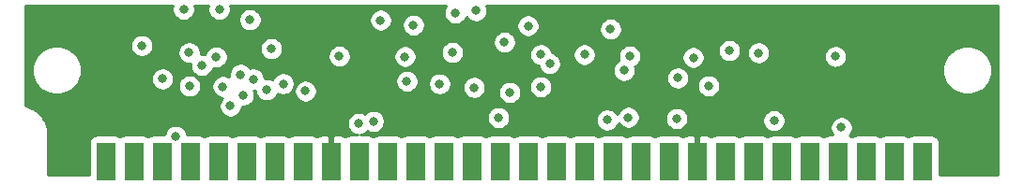
<source format=gbr>
%TF.GenerationSoftware,KiCad,Pcbnew,(5.1.9)-1*%
%TF.CreationDate,2021-01-13T00:43:24+11:00*%
%TF.ProjectId,1M-30pinsimm,314d2d33-3070-4696-9e73-696d6d2e6b69,rev?*%
%TF.SameCoordinates,Original*%
%TF.FileFunction,Copper,L3,Inr*%
%TF.FilePolarity,Positive*%
%FSLAX46Y46*%
G04 Gerber Fmt 4.6, Leading zero omitted, Abs format (unit mm)*
G04 Created by KiCad (PCBNEW (5.1.9)-1) date 2021-01-13 00:43:24*
%MOMM*%
%LPD*%
G01*
G04 APERTURE LIST*
%TA.AperFunction,ComponentPad*%
%ADD10R,1.780000X3.500000*%
%TD*%
%TA.AperFunction,ViaPad*%
%ADD11C,0.800000*%
%TD*%
%TA.AperFunction,Conductor*%
%ADD12C,0.254000*%
%TD*%
%TA.AperFunction,Conductor*%
%ADD13C,0.100000*%
%TD*%
G04 APERTURE END LIST*
D10*
%TO.N,WE*%
%TO.C,B1*%
X172974000Y-125098000D03*
%TO.N,DQ5*%
X170434000Y-125098000D03*
%TO.N,DP*%
X193294000Y-125098000D03*
%TO.N,CASP*%
X190754000Y-125098000D03*
%TO.N,RAS*%
X188214000Y-125098000D03*
%TO.N,Net-(B1-Pad19)*%
X167894000Y-125098000D03*
%TO.N,+5V*%
X195834000Y-125098000D03*
%TO.N,QP*%
X185674000Y-125098000D03*
%TO.N,A8*%
X162814000Y-125098000D03*
%TO.N,DQ7*%
X183134000Y-125098000D03*
%TO.N,GND*%
X175514000Y-125098000D03*
%TO.N,A9*%
X165354000Y-125098000D03*
%TO.N,Net-(B1-Pad24)*%
X180594000Y-125098000D03*
%TO.N,DQ6*%
X178054000Y-125098000D03*
%TO.N,A5*%
X150114000Y-125098000D03*
%TO.N,A4*%
X147574000Y-125098000D03*
%TO.N,DQ2*%
X145034000Y-125098000D03*
%TO.N,DQ4*%
X160274000Y-125098000D03*
%TO.N,DQ3*%
X152654000Y-125098000D03*
%TO.N,GND*%
X142494000Y-125098000D03*
%TO.N,A7*%
X157734000Y-125098000D03*
%TO.N,A6*%
X155194000Y-125098000D03*
%TO.N,A2*%
X137414000Y-125098000D03*
%TO.N,A3*%
X139954000Y-125098000D03*
%TO.N,DQ1*%
X134874000Y-125098000D03*
%TO.N,A1*%
X132334000Y-125098000D03*
%TO.N,A0*%
X129794000Y-125098000D03*
%TO.N,DQ0*%
X127254000Y-125098000D03*
%TO.N,CAS*%
X124714000Y-125098000D03*
%TO.N,+5V*%
X122174000Y-125098000D03*
%TD*%
D11*
%TO.N,WE*%
X149922800Y-112748300D03*
X160265200Y-112812600D03*
X187997800Y-115603700D03*
%TO.N,DQ5*%
X165353400Y-115435000D03*
%TO.N,CASP*%
X188529500Y-122036800D03*
%TO.N,+5V*%
X169430700Y-115582700D03*
X125420700Y-114609300D03*
X149161500Y-115608100D03*
%TO.N,A8*%
X167402200Y-121348200D03*
X136692400Y-118622800D03*
X157595200Y-121133900D03*
%TO.N,GND*%
X124728100Y-118582800D03*
X170180200Y-118142700D03*
X145846800Y-119989600D03*
X123190000Y-111760000D03*
X143560500Y-121087900D03*
X190725300Y-122104200D03*
X135955300Y-121373400D03*
X160665000Y-122072300D03*
X166224800Y-118790000D03*
%TO.N,A9*%
X182449000Y-121406200D03*
X173675500Y-121232500D03*
X169309900Y-121117200D03*
X137102500Y-114901400D03*
X153436400Y-115226200D03*
X161421000Y-115429500D03*
%TO.N,A5*%
X173770600Y-117545200D03*
X129718400Y-118279800D03*
X152281400Y-118081800D03*
%TO.N,A4*%
X161418400Y-118339700D03*
X144994700Y-121679700D03*
%TO.N,DQ2*%
X140191700Y-118735600D03*
%TO.N,DQ4*%
X162207700Y-116248500D03*
%TO.N,DQ3*%
X146306300Y-121480400D03*
%TO.N,A7*%
X155398300Y-118414300D03*
X133413800Y-120082000D03*
%TO.N,A6*%
X176549800Y-118258800D03*
X168926600Y-116872700D03*
X132740400Y-118318000D03*
X149329200Y-117830700D03*
%TO.N,A2*%
X175171600Y-115704400D03*
X158141000Y-114314200D03*
X129194000Y-111328500D03*
X128488200Y-122838200D03*
%TO.N,A3*%
X167704900Y-113119300D03*
X146955400Y-112314600D03*
X129687800Y-115247800D03*
X134330500Y-117229600D03*
%TO.N,DQ1*%
X134565300Y-119095300D03*
%TO.N,A1*%
X135178800Y-112265700D03*
X132133300Y-115646500D03*
X153699000Y-111651100D03*
X178437900Y-115071700D03*
%TO.N,A0*%
X132403800Y-111328500D03*
X155565700Y-111454500D03*
X181059300Y-115276100D03*
%TO.N,DQ0*%
X143234900Y-115581100D03*
X130822800Y-116397100D03*
X127286500Y-117637300D03*
%TO.N,CAS*%
X158622000Y-118857300D03*
X135469300Y-117651200D03*
X138180200Y-118077100D03*
%TD*%
D12*
%TO.N,GND*%
X128198774Y-111026602D02*
X128159000Y-111226561D01*
X128159000Y-111430439D01*
X128198774Y-111630398D01*
X128276795Y-111818756D01*
X128390063Y-111988274D01*
X128534226Y-112132437D01*
X128703744Y-112245705D01*
X128892102Y-112323726D01*
X129092061Y-112363500D01*
X129295939Y-112363500D01*
X129495898Y-112323726D01*
X129684256Y-112245705D01*
X129853774Y-112132437D01*
X129997937Y-111988274D01*
X130111205Y-111818756D01*
X130189226Y-111630398D01*
X130229000Y-111430439D01*
X130229000Y-111226561D01*
X130189226Y-111026602D01*
X130187734Y-111023000D01*
X131410066Y-111023000D01*
X131408574Y-111026602D01*
X131368800Y-111226561D01*
X131368800Y-111430439D01*
X131408574Y-111630398D01*
X131486595Y-111818756D01*
X131599863Y-111988274D01*
X131744026Y-112132437D01*
X131913544Y-112245705D01*
X132101902Y-112323726D01*
X132301861Y-112363500D01*
X132505739Y-112363500D01*
X132705698Y-112323726D01*
X132894056Y-112245705D01*
X133016694Y-112163761D01*
X134143800Y-112163761D01*
X134143800Y-112367639D01*
X134183574Y-112567598D01*
X134261595Y-112755956D01*
X134374863Y-112925474D01*
X134519026Y-113069637D01*
X134688544Y-113182905D01*
X134876902Y-113260926D01*
X135076861Y-113300700D01*
X135280739Y-113300700D01*
X135480698Y-113260926D01*
X135669056Y-113182905D01*
X135838574Y-113069637D01*
X135982737Y-112925474D01*
X136096005Y-112755956D01*
X136174026Y-112567598D01*
X136213800Y-112367639D01*
X136213800Y-112212661D01*
X145920400Y-112212661D01*
X145920400Y-112416539D01*
X145960174Y-112616498D01*
X146038195Y-112804856D01*
X146151463Y-112974374D01*
X146295626Y-113118537D01*
X146465144Y-113231805D01*
X146653502Y-113309826D01*
X146853461Y-113349600D01*
X147057339Y-113349600D01*
X147257298Y-113309826D01*
X147445656Y-113231805D01*
X147615174Y-113118537D01*
X147759337Y-112974374D01*
X147872605Y-112804856D01*
X147938256Y-112646361D01*
X148887800Y-112646361D01*
X148887800Y-112850239D01*
X148927574Y-113050198D01*
X149005595Y-113238556D01*
X149118863Y-113408074D01*
X149263026Y-113552237D01*
X149432544Y-113665505D01*
X149620902Y-113743526D01*
X149820861Y-113783300D01*
X150024739Y-113783300D01*
X150224698Y-113743526D01*
X150413056Y-113665505D01*
X150582574Y-113552237D01*
X150726737Y-113408074D01*
X150840005Y-113238556D01*
X150918026Y-113050198D01*
X150957800Y-112850239D01*
X150957800Y-112710661D01*
X159230200Y-112710661D01*
X159230200Y-112914539D01*
X159269974Y-113114498D01*
X159347995Y-113302856D01*
X159461263Y-113472374D01*
X159605426Y-113616537D01*
X159774944Y-113729805D01*
X159963302Y-113807826D01*
X160163261Y-113847600D01*
X160367139Y-113847600D01*
X160567098Y-113807826D01*
X160755456Y-113729805D01*
X160924974Y-113616537D01*
X161069137Y-113472374D01*
X161182405Y-113302856D01*
X161260426Y-113114498D01*
X161279747Y-113017361D01*
X166669900Y-113017361D01*
X166669900Y-113221239D01*
X166709674Y-113421198D01*
X166787695Y-113609556D01*
X166900963Y-113779074D01*
X167045126Y-113923237D01*
X167214644Y-114036505D01*
X167403002Y-114114526D01*
X167602961Y-114154300D01*
X167806839Y-114154300D01*
X168006798Y-114114526D01*
X168195156Y-114036505D01*
X168364674Y-113923237D01*
X168508837Y-113779074D01*
X168622105Y-113609556D01*
X168700126Y-113421198D01*
X168739900Y-113221239D01*
X168739900Y-113017361D01*
X168700126Y-112817402D01*
X168622105Y-112629044D01*
X168508837Y-112459526D01*
X168364674Y-112315363D01*
X168195156Y-112202095D01*
X168006798Y-112124074D01*
X167806839Y-112084300D01*
X167602961Y-112084300D01*
X167403002Y-112124074D01*
X167214644Y-112202095D01*
X167045126Y-112315363D01*
X166900963Y-112459526D01*
X166787695Y-112629044D01*
X166709674Y-112817402D01*
X166669900Y-113017361D01*
X161279747Y-113017361D01*
X161300200Y-112914539D01*
X161300200Y-112710661D01*
X161260426Y-112510702D01*
X161182405Y-112322344D01*
X161069137Y-112152826D01*
X160924974Y-112008663D01*
X160755456Y-111895395D01*
X160567098Y-111817374D01*
X160367139Y-111777600D01*
X160163261Y-111777600D01*
X159963302Y-111817374D01*
X159774944Y-111895395D01*
X159605426Y-112008663D01*
X159461263Y-112152826D01*
X159347995Y-112322344D01*
X159269974Y-112510702D01*
X159230200Y-112710661D01*
X150957800Y-112710661D01*
X150957800Y-112646361D01*
X150918026Y-112446402D01*
X150840005Y-112258044D01*
X150726737Y-112088526D01*
X150582574Y-111944363D01*
X150413056Y-111831095D01*
X150224698Y-111753074D01*
X150024739Y-111713300D01*
X149820861Y-111713300D01*
X149620902Y-111753074D01*
X149432544Y-111831095D01*
X149263026Y-111944363D01*
X149118863Y-112088526D01*
X149005595Y-112258044D01*
X148927574Y-112446402D01*
X148887800Y-112646361D01*
X147938256Y-112646361D01*
X147950626Y-112616498D01*
X147990400Y-112416539D01*
X147990400Y-112212661D01*
X147950626Y-112012702D01*
X147872605Y-111824344D01*
X147759337Y-111654826D01*
X147615174Y-111510663D01*
X147445656Y-111397395D01*
X147257298Y-111319374D01*
X147057339Y-111279600D01*
X146853461Y-111279600D01*
X146653502Y-111319374D01*
X146465144Y-111397395D01*
X146295626Y-111510663D01*
X146151463Y-111654826D01*
X146038195Y-111824344D01*
X145960174Y-112012702D01*
X145920400Y-112212661D01*
X136213800Y-112212661D01*
X136213800Y-112163761D01*
X136174026Y-111963802D01*
X136096005Y-111775444D01*
X135982737Y-111605926D01*
X135838574Y-111461763D01*
X135669056Y-111348495D01*
X135480698Y-111270474D01*
X135280739Y-111230700D01*
X135076861Y-111230700D01*
X134876902Y-111270474D01*
X134688544Y-111348495D01*
X134519026Y-111461763D01*
X134374863Y-111605926D01*
X134261595Y-111775444D01*
X134183574Y-111963802D01*
X134143800Y-112163761D01*
X133016694Y-112163761D01*
X133063574Y-112132437D01*
X133207737Y-111988274D01*
X133321005Y-111818756D01*
X133399026Y-111630398D01*
X133438800Y-111430439D01*
X133438800Y-111226561D01*
X133399026Y-111026602D01*
X133397534Y-111023000D01*
X152873899Y-111023000D01*
X152781795Y-111160844D01*
X152703774Y-111349202D01*
X152664000Y-111549161D01*
X152664000Y-111753039D01*
X152703774Y-111952998D01*
X152781795Y-112141356D01*
X152895063Y-112310874D01*
X153039226Y-112455037D01*
X153208744Y-112568305D01*
X153397102Y-112646326D01*
X153597061Y-112686100D01*
X153800939Y-112686100D01*
X154000898Y-112646326D01*
X154189256Y-112568305D01*
X154358774Y-112455037D01*
X154502937Y-112310874D01*
X154616205Y-112141356D01*
X154678833Y-111990160D01*
X154761763Y-112114274D01*
X154905926Y-112258437D01*
X155075444Y-112371705D01*
X155263802Y-112449726D01*
X155463761Y-112489500D01*
X155667639Y-112489500D01*
X155867598Y-112449726D01*
X156055956Y-112371705D01*
X156225474Y-112258437D01*
X156369637Y-112114274D01*
X156482905Y-111944756D01*
X156560926Y-111756398D01*
X156600700Y-111556439D01*
X156600700Y-111352561D01*
X156560926Y-111152602D01*
X156507243Y-111023000D01*
X202667001Y-111023000D01*
X202667000Y-126340000D01*
X197362072Y-126340000D01*
X197362072Y-123348000D01*
X197349812Y-123223518D01*
X197313502Y-123103820D01*
X197254537Y-122993506D01*
X197175185Y-122896815D01*
X197078494Y-122817463D01*
X196968180Y-122758498D01*
X196848482Y-122722188D01*
X196724000Y-122709928D01*
X194944000Y-122709928D01*
X194819518Y-122722188D01*
X194699820Y-122758498D01*
X194589506Y-122817463D01*
X194564000Y-122838395D01*
X194538494Y-122817463D01*
X194428180Y-122758498D01*
X194308482Y-122722188D01*
X194184000Y-122709928D01*
X192404000Y-122709928D01*
X192279518Y-122722188D01*
X192159820Y-122758498D01*
X192049506Y-122817463D01*
X192024000Y-122838395D01*
X191998494Y-122817463D01*
X191888180Y-122758498D01*
X191768482Y-122722188D01*
X191644000Y-122709928D01*
X189864000Y-122709928D01*
X189739518Y-122722188D01*
X189619820Y-122758498D01*
X189509506Y-122817463D01*
X189484000Y-122838395D01*
X189458494Y-122817463D01*
X189348180Y-122758498D01*
X189289357Y-122740654D01*
X189333437Y-122696574D01*
X189446705Y-122527056D01*
X189524726Y-122338698D01*
X189564500Y-122138739D01*
X189564500Y-121934861D01*
X189524726Y-121734902D01*
X189446705Y-121546544D01*
X189333437Y-121377026D01*
X189189274Y-121232863D01*
X189019756Y-121119595D01*
X188831398Y-121041574D01*
X188631439Y-121001800D01*
X188427561Y-121001800D01*
X188227602Y-121041574D01*
X188039244Y-121119595D01*
X187869726Y-121232863D01*
X187725563Y-121377026D01*
X187612295Y-121546544D01*
X187534274Y-121734902D01*
X187494500Y-121934861D01*
X187494500Y-122138739D01*
X187534274Y-122338698D01*
X187612295Y-122527056D01*
X187725563Y-122696574D01*
X187738917Y-122709928D01*
X187324000Y-122709928D01*
X187199518Y-122722188D01*
X187079820Y-122758498D01*
X186969506Y-122817463D01*
X186944000Y-122838395D01*
X186918494Y-122817463D01*
X186808180Y-122758498D01*
X186688482Y-122722188D01*
X186564000Y-122709928D01*
X184784000Y-122709928D01*
X184659518Y-122722188D01*
X184539820Y-122758498D01*
X184429506Y-122817463D01*
X184404000Y-122838395D01*
X184378494Y-122817463D01*
X184268180Y-122758498D01*
X184148482Y-122722188D01*
X184024000Y-122709928D01*
X182244000Y-122709928D01*
X182119518Y-122722188D01*
X181999820Y-122758498D01*
X181889506Y-122817463D01*
X181864000Y-122838395D01*
X181838494Y-122817463D01*
X181728180Y-122758498D01*
X181608482Y-122722188D01*
X181484000Y-122709928D01*
X179704000Y-122709928D01*
X179579518Y-122722188D01*
X179459820Y-122758498D01*
X179349506Y-122817463D01*
X179324000Y-122838395D01*
X179298494Y-122817463D01*
X179188180Y-122758498D01*
X179068482Y-122722188D01*
X178944000Y-122709928D01*
X177164000Y-122709928D01*
X177039518Y-122722188D01*
X176919820Y-122758498D01*
X176809506Y-122817463D01*
X176784000Y-122838395D01*
X176758494Y-122817463D01*
X176648180Y-122758498D01*
X176528482Y-122722188D01*
X176404000Y-122709928D01*
X175799750Y-122713000D01*
X175641000Y-122871750D01*
X175641000Y-124971000D01*
X175661000Y-124971000D01*
X175661000Y-125225000D01*
X175641000Y-125225000D01*
X175641000Y-125245000D01*
X175387000Y-125245000D01*
X175387000Y-125225000D01*
X175367000Y-125225000D01*
X175367000Y-124971000D01*
X175387000Y-124971000D01*
X175387000Y-122871750D01*
X175228250Y-122713000D01*
X174624000Y-122709928D01*
X174499518Y-122722188D01*
X174379820Y-122758498D01*
X174269506Y-122817463D01*
X174244000Y-122838395D01*
X174218494Y-122817463D01*
X174108180Y-122758498D01*
X173988482Y-122722188D01*
X173864000Y-122709928D01*
X172084000Y-122709928D01*
X171959518Y-122722188D01*
X171839820Y-122758498D01*
X171729506Y-122817463D01*
X171704000Y-122838395D01*
X171678494Y-122817463D01*
X171568180Y-122758498D01*
X171448482Y-122722188D01*
X171324000Y-122709928D01*
X169544000Y-122709928D01*
X169419518Y-122722188D01*
X169299820Y-122758498D01*
X169189506Y-122817463D01*
X169164000Y-122838395D01*
X169138494Y-122817463D01*
X169028180Y-122758498D01*
X168908482Y-122722188D01*
X168784000Y-122709928D01*
X167004000Y-122709928D01*
X166879518Y-122722188D01*
X166759820Y-122758498D01*
X166649506Y-122817463D01*
X166624000Y-122838395D01*
X166598494Y-122817463D01*
X166488180Y-122758498D01*
X166368482Y-122722188D01*
X166244000Y-122709928D01*
X164464000Y-122709928D01*
X164339518Y-122722188D01*
X164219820Y-122758498D01*
X164109506Y-122817463D01*
X164084000Y-122838395D01*
X164058494Y-122817463D01*
X163948180Y-122758498D01*
X163828482Y-122722188D01*
X163704000Y-122709928D01*
X161924000Y-122709928D01*
X161799518Y-122722188D01*
X161679820Y-122758498D01*
X161569506Y-122817463D01*
X161544000Y-122838395D01*
X161518494Y-122817463D01*
X161408180Y-122758498D01*
X161288482Y-122722188D01*
X161164000Y-122709928D01*
X159384000Y-122709928D01*
X159259518Y-122722188D01*
X159139820Y-122758498D01*
X159029506Y-122817463D01*
X159004000Y-122838395D01*
X158978494Y-122817463D01*
X158868180Y-122758498D01*
X158748482Y-122722188D01*
X158624000Y-122709928D01*
X156844000Y-122709928D01*
X156719518Y-122722188D01*
X156599820Y-122758498D01*
X156489506Y-122817463D01*
X156464000Y-122838395D01*
X156438494Y-122817463D01*
X156328180Y-122758498D01*
X156208482Y-122722188D01*
X156084000Y-122709928D01*
X154304000Y-122709928D01*
X154179518Y-122722188D01*
X154059820Y-122758498D01*
X153949506Y-122817463D01*
X153924000Y-122838395D01*
X153898494Y-122817463D01*
X153788180Y-122758498D01*
X153668482Y-122722188D01*
X153544000Y-122709928D01*
X151764000Y-122709928D01*
X151639518Y-122722188D01*
X151519820Y-122758498D01*
X151409506Y-122817463D01*
X151384000Y-122838395D01*
X151358494Y-122817463D01*
X151248180Y-122758498D01*
X151128482Y-122722188D01*
X151004000Y-122709928D01*
X149224000Y-122709928D01*
X149099518Y-122722188D01*
X148979820Y-122758498D01*
X148869506Y-122817463D01*
X148844000Y-122838395D01*
X148818494Y-122817463D01*
X148708180Y-122758498D01*
X148588482Y-122722188D01*
X148464000Y-122709928D01*
X146684000Y-122709928D01*
X146559518Y-122722188D01*
X146439820Y-122758498D01*
X146329506Y-122817463D01*
X146304000Y-122838395D01*
X146278494Y-122817463D01*
X146168180Y-122758498D01*
X146048482Y-122722188D01*
X145924000Y-122709928D01*
X145120630Y-122709928D01*
X145296598Y-122674926D01*
X145484956Y-122596905D01*
X145654474Y-122483637D01*
X145770762Y-122367349D01*
X145816044Y-122397605D01*
X146004402Y-122475626D01*
X146204361Y-122515400D01*
X146408239Y-122515400D01*
X146608198Y-122475626D01*
X146796556Y-122397605D01*
X146966074Y-122284337D01*
X147110237Y-122140174D01*
X147223505Y-121970656D01*
X147301526Y-121782298D01*
X147341300Y-121582339D01*
X147341300Y-121378461D01*
X147301526Y-121178502D01*
X147240827Y-121031961D01*
X156560200Y-121031961D01*
X156560200Y-121235839D01*
X156599974Y-121435798D01*
X156677995Y-121624156D01*
X156791263Y-121793674D01*
X156935426Y-121937837D01*
X157104944Y-122051105D01*
X157293302Y-122129126D01*
X157493261Y-122168900D01*
X157697139Y-122168900D01*
X157897098Y-122129126D01*
X158085456Y-122051105D01*
X158254974Y-121937837D01*
X158399137Y-121793674D01*
X158512405Y-121624156D01*
X158590426Y-121435798D01*
X158628126Y-121246261D01*
X166367200Y-121246261D01*
X166367200Y-121450139D01*
X166406974Y-121650098D01*
X166484995Y-121838456D01*
X166598263Y-122007974D01*
X166742426Y-122152137D01*
X166911944Y-122265405D01*
X167100302Y-122343426D01*
X167300261Y-122383200D01*
X167504139Y-122383200D01*
X167704098Y-122343426D01*
X167892456Y-122265405D01*
X168061974Y-122152137D01*
X168206137Y-122007974D01*
X168319405Y-121838456D01*
X168397426Y-121650098D01*
X168402877Y-121622694D01*
X168505963Y-121776974D01*
X168650126Y-121921137D01*
X168819644Y-122034405D01*
X169008002Y-122112426D01*
X169207961Y-122152200D01*
X169411839Y-122152200D01*
X169611798Y-122112426D01*
X169800156Y-122034405D01*
X169969674Y-121921137D01*
X170113837Y-121776974D01*
X170227105Y-121607456D01*
X170305126Y-121419098D01*
X170344900Y-121219139D01*
X170344900Y-121130561D01*
X172640500Y-121130561D01*
X172640500Y-121334439D01*
X172680274Y-121534398D01*
X172758295Y-121722756D01*
X172871563Y-121892274D01*
X173015726Y-122036437D01*
X173185244Y-122149705D01*
X173373602Y-122227726D01*
X173573561Y-122267500D01*
X173777439Y-122267500D01*
X173977398Y-122227726D01*
X174165756Y-122149705D01*
X174335274Y-122036437D01*
X174479437Y-121892274D01*
X174592705Y-121722756D01*
X174670726Y-121534398D01*
X174710500Y-121334439D01*
X174710500Y-121304261D01*
X181414000Y-121304261D01*
X181414000Y-121508139D01*
X181453774Y-121708098D01*
X181531795Y-121896456D01*
X181645063Y-122065974D01*
X181789226Y-122210137D01*
X181958744Y-122323405D01*
X182147102Y-122401426D01*
X182347061Y-122441200D01*
X182550939Y-122441200D01*
X182750898Y-122401426D01*
X182939256Y-122323405D01*
X183108774Y-122210137D01*
X183252937Y-122065974D01*
X183366205Y-121896456D01*
X183444226Y-121708098D01*
X183484000Y-121508139D01*
X183484000Y-121304261D01*
X183444226Y-121104302D01*
X183366205Y-120915944D01*
X183252937Y-120746426D01*
X183108774Y-120602263D01*
X182939256Y-120488995D01*
X182750898Y-120410974D01*
X182550939Y-120371200D01*
X182347061Y-120371200D01*
X182147102Y-120410974D01*
X181958744Y-120488995D01*
X181789226Y-120602263D01*
X181645063Y-120746426D01*
X181531795Y-120915944D01*
X181453774Y-121104302D01*
X181414000Y-121304261D01*
X174710500Y-121304261D01*
X174710500Y-121130561D01*
X174670726Y-120930602D01*
X174592705Y-120742244D01*
X174479437Y-120572726D01*
X174335274Y-120428563D01*
X174165756Y-120315295D01*
X173977398Y-120237274D01*
X173777439Y-120197500D01*
X173573561Y-120197500D01*
X173373602Y-120237274D01*
X173185244Y-120315295D01*
X173015726Y-120428563D01*
X172871563Y-120572726D01*
X172758295Y-120742244D01*
X172680274Y-120930602D01*
X172640500Y-121130561D01*
X170344900Y-121130561D01*
X170344900Y-121015261D01*
X170305126Y-120815302D01*
X170227105Y-120626944D01*
X170113837Y-120457426D01*
X169969674Y-120313263D01*
X169800156Y-120199995D01*
X169611798Y-120121974D01*
X169411839Y-120082200D01*
X169207961Y-120082200D01*
X169008002Y-120121974D01*
X168819644Y-120199995D01*
X168650126Y-120313263D01*
X168505963Y-120457426D01*
X168392695Y-120626944D01*
X168314674Y-120815302D01*
X168309223Y-120842706D01*
X168206137Y-120688426D01*
X168061974Y-120544263D01*
X167892456Y-120430995D01*
X167704098Y-120352974D01*
X167504139Y-120313200D01*
X167300261Y-120313200D01*
X167100302Y-120352974D01*
X166911944Y-120430995D01*
X166742426Y-120544263D01*
X166598263Y-120688426D01*
X166484995Y-120857944D01*
X166406974Y-121046302D01*
X166367200Y-121246261D01*
X158628126Y-121246261D01*
X158630200Y-121235839D01*
X158630200Y-121031961D01*
X158590426Y-120832002D01*
X158512405Y-120643644D01*
X158399137Y-120474126D01*
X158254974Y-120329963D01*
X158085456Y-120216695D01*
X157897098Y-120138674D01*
X157697139Y-120098900D01*
X157493261Y-120098900D01*
X157293302Y-120138674D01*
X157104944Y-120216695D01*
X156935426Y-120329963D01*
X156791263Y-120474126D01*
X156677995Y-120643644D01*
X156599974Y-120832002D01*
X156560200Y-121031961D01*
X147240827Y-121031961D01*
X147223505Y-120990144D01*
X147110237Y-120820626D01*
X146966074Y-120676463D01*
X146796556Y-120563195D01*
X146608198Y-120485174D01*
X146408239Y-120445400D01*
X146204361Y-120445400D01*
X146004402Y-120485174D01*
X145816044Y-120563195D01*
X145646526Y-120676463D01*
X145530238Y-120792751D01*
X145484956Y-120762495D01*
X145296598Y-120684474D01*
X145096639Y-120644700D01*
X144892761Y-120644700D01*
X144692802Y-120684474D01*
X144504444Y-120762495D01*
X144334926Y-120875763D01*
X144190763Y-121019926D01*
X144077495Y-121189444D01*
X143999474Y-121377802D01*
X143959700Y-121577761D01*
X143959700Y-121781639D01*
X143999474Y-121981598D01*
X144077495Y-122169956D01*
X144190763Y-122339474D01*
X144334926Y-122483637D01*
X144504444Y-122596905D01*
X144692802Y-122674926D01*
X144868770Y-122709928D01*
X144144000Y-122709928D01*
X144019518Y-122722188D01*
X143899820Y-122758498D01*
X143789506Y-122817463D01*
X143764000Y-122838395D01*
X143738494Y-122817463D01*
X143628180Y-122758498D01*
X143508482Y-122722188D01*
X143384000Y-122709928D01*
X142779750Y-122713000D01*
X142621000Y-122871750D01*
X142621000Y-124971000D01*
X142641000Y-124971000D01*
X142641000Y-125225000D01*
X142621000Y-125225000D01*
X142621000Y-125245000D01*
X142367000Y-125245000D01*
X142367000Y-125225000D01*
X142347000Y-125225000D01*
X142347000Y-124971000D01*
X142367000Y-124971000D01*
X142367000Y-122871750D01*
X142208250Y-122713000D01*
X141604000Y-122709928D01*
X141479518Y-122722188D01*
X141359820Y-122758498D01*
X141249506Y-122817463D01*
X141224000Y-122838395D01*
X141198494Y-122817463D01*
X141088180Y-122758498D01*
X140968482Y-122722188D01*
X140844000Y-122709928D01*
X139064000Y-122709928D01*
X138939518Y-122722188D01*
X138819820Y-122758498D01*
X138709506Y-122817463D01*
X138684000Y-122838395D01*
X138658494Y-122817463D01*
X138548180Y-122758498D01*
X138428482Y-122722188D01*
X138304000Y-122709928D01*
X136524000Y-122709928D01*
X136399518Y-122722188D01*
X136279820Y-122758498D01*
X136169506Y-122817463D01*
X136144000Y-122838395D01*
X136118494Y-122817463D01*
X136008180Y-122758498D01*
X135888482Y-122722188D01*
X135764000Y-122709928D01*
X133984000Y-122709928D01*
X133859518Y-122722188D01*
X133739820Y-122758498D01*
X133629506Y-122817463D01*
X133604000Y-122838395D01*
X133578494Y-122817463D01*
X133468180Y-122758498D01*
X133348482Y-122722188D01*
X133224000Y-122709928D01*
X131444000Y-122709928D01*
X131319518Y-122722188D01*
X131199820Y-122758498D01*
X131089506Y-122817463D01*
X131064000Y-122838395D01*
X131038494Y-122817463D01*
X130928180Y-122758498D01*
X130808482Y-122722188D01*
X130684000Y-122709928D01*
X129517962Y-122709928D01*
X129483426Y-122536302D01*
X129405405Y-122347944D01*
X129292137Y-122178426D01*
X129147974Y-122034263D01*
X128978456Y-121920995D01*
X128790098Y-121842974D01*
X128590139Y-121803200D01*
X128386261Y-121803200D01*
X128186302Y-121842974D01*
X127997944Y-121920995D01*
X127828426Y-122034263D01*
X127684263Y-122178426D01*
X127570995Y-122347944D01*
X127492974Y-122536302D01*
X127458438Y-122709928D01*
X126364000Y-122709928D01*
X126239518Y-122722188D01*
X126119820Y-122758498D01*
X126009506Y-122817463D01*
X125984000Y-122838395D01*
X125958494Y-122817463D01*
X125848180Y-122758498D01*
X125728482Y-122722188D01*
X125604000Y-122709928D01*
X123824000Y-122709928D01*
X123699518Y-122722188D01*
X123579820Y-122758498D01*
X123469506Y-122817463D01*
X123444000Y-122838395D01*
X123418494Y-122817463D01*
X123308180Y-122758498D01*
X123188482Y-122722188D01*
X123064000Y-122709928D01*
X121284000Y-122709928D01*
X121159518Y-122722188D01*
X121039820Y-122758498D01*
X120929506Y-122817463D01*
X120832815Y-122896815D01*
X120753463Y-122993506D01*
X120694498Y-123103820D01*
X120658188Y-123223518D01*
X120645928Y-123348000D01*
X120645928Y-126340000D01*
X116992000Y-126340000D01*
X116992000Y-122649581D01*
X116989146Y-122620603D01*
X116989234Y-122607997D01*
X116988334Y-122598826D01*
X116946882Y-122204422D01*
X116934855Y-122145829D01*
X116923645Y-122087065D01*
X116920981Y-122078243D01*
X116803710Y-121699401D01*
X116780526Y-121644250D01*
X116758120Y-121588792D01*
X116753794Y-121580655D01*
X116565172Y-121231807D01*
X116531717Y-121182208D01*
X116498968Y-121132162D01*
X116493144Y-121125021D01*
X116240356Y-120819453D01*
X116197923Y-120777315D01*
X116156057Y-120734562D01*
X116148962Y-120728694D01*
X116148957Y-120728689D01*
X116148952Y-120728685D01*
X115841631Y-120478041D01*
X115791838Y-120444959D01*
X115742449Y-120411141D01*
X115734343Y-120406759D01*
X115384187Y-120220577D01*
X115328867Y-120197776D01*
X115273899Y-120174216D01*
X115265099Y-120171492D01*
X115265093Y-120171490D01*
X114960000Y-120079378D01*
X114960000Y-116619872D01*
X115494000Y-116619872D01*
X115494000Y-117060128D01*
X115579890Y-117491925D01*
X115748369Y-117898669D01*
X115992962Y-118264729D01*
X116304271Y-118576038D01*
X116670331Y-118820631D01*
X117077075Y-118989110D01*
X117508872Y-119075000D01*
X117949128Y-119075000D01*
X118380925Y-118989110D01*
X118787669Y-118820631D01*
X119153729Y-118576038D01*
X119465038Y-118264729D01*
X119709631Y-117898669D01*
X119860118Y-117535361D01*
X126251500Y-117535361D01*
X126251500Y-117739239D01*
X126291274Y-117939198D01*
X126369295Y-118127556D01*
X126482563Y-118297074D01*
X126626726Y-118441237D01*
X126796244Y-118554505D01*
X126984602Y-118632526D01*
X127184561Y-118672300D01*
X127388439Y-118672300D01*
X127588398Y-118632526D01*
X127776756Y-118554505D01*
X127946274Y-118441237D01*
X128090437Y-118297074D01*
X128170092Y-118177861D01*
X128683400Y-118177861D01*
X128683400Y-118381739D01*
X128723174Y-118581698D01*
X128801195Y-118770056D01*
X128914463Y-118939574D01*
X129058626Y-119083737D01*
X129228144Y-119197005D01*
X129416502Y-119275026D01*
X129616461Y-119314800D01*
X129820339Y-119314800D01*
X130020298Y-119275026D01*
X130208656Y-119197005D01*
X130378174Y-119083737D01*
X130522337Y-118939574D01*
X130635605Y-118770056D01*
X130713626Y-118581698D01*
X130753400Y-118381739D01*
X130753400Y-118216061D01*
X131705400Y-118216061D01*
X131705400Y-118419939D01*
X131745174Y-118619898D01*
X131823195Y-118808256D01*
X131936463Y-118977774D01*
X132080626Y-119121937D01*
X132250144Y-119235205D01*
X132438502Y-119313226D01*
X132638461Y-119353000D01*
X132679089Y-119353000D01*
X132609863Y-119422226D01*
X132496595Y-119591744D01*
X132418574Y-119780102D01*
X132378800Y-119980061D01*
X132378800Y-120183939D01*
X132418574Y-120383898D01*
X132496595Y-120572256D01*
X132609863Y-120741774D01*
X132754026Y-120885937D01*
X132923544Y-120999205D01*
X133111902Y-121077226D01*
X133311861Y-121117000D01*
X133515739Y-121117000D01*
X133715698Y-121077226D01*
X133904056Y-120999205D01*
X134073574Y-120885937D01*
X134217737Y-120741774D01*
X134331005Y-120572256D01*
X134409026Y-120383898D01*
X134448800Y-120183939D01*
X134448800Y-120127404D01*
X134463361Y-120130300D01*
X134667239Y-120130300D01*
X134867198Y-120090526D01*
X135055556Y-120012505D01*
X135225074Y-119899237D01*
X135369237Y-119755074D01*
X135482505Y-119585556D01*
X135560526Y-119397198D01*
X135600300Y-119197239D01*
X135600300Y-118993361D01*
X135560526Y-118793402D01*
X135516121Y-118686200D01*
X135571239Y-118686200D01*
X135657400Y-118669062D01*
X135657400Y-118724739D01*
X135697174Y-118924698D01*
X135775195Y-119113056D01*
X135888463Y-119282574D01*
X136032626Y-119426737D01*
X136202144Y-119540005D01*
X136390502Y-119618026D01*
X136590461Y-119657800D01*
X136794339Y-119657800D01*
X136994298Y-119618026D01*
X137182656Y-119540005D01*
X137352174Y-119426737D01*
X137496337Y-119282574D01*
X137609605Y-119113056D01*
X137665546Y-118978003D01*
X137689944Y-118994305D01*
X137878302Y-119072326D01*
X138078261Y-119112100D01*
X138282139Y-119112100D01*
X138482098Y-119072326D01*
X138670456Y-118994305D01*
X138839974Y-118881037D01*
X138984137Y-118736874D01*
X139053101Y-118633661D01*
X139156700Y-118633661D01*
X139156700Y-118837539D01*
X139196474Y-119037498D01*
X139274495Y-119225856D01*
X139387763Y-119395374D01*
X139531926Y-119539537D01*
X139701444Y-119652805D01*
X139889802Y-119730826D01*
X140089761Y-119770600D01*
X140293639Y-119770600D01*
X140493598Y-119730826D01*
X140681956Y-119652805D01*
X140851474Y-119539537D01*
X140995637Y-119395374D01*
X141108905Y-119225856D01*
X141186926Y-119037498D01*
X141226700Y-118837539D01*
X141226700Y-118633661D01*
X141186926Y-118433702D01*
X141108905Y-118245344D01*
X140995637Y-118075826D01*
X140851474Y-117931663D01*
X140681956Y-117818395D01*
X140493598Y-117740374D01*
X140435216Y-117728761D01*
X148294200Y-117728761D01*
X148294200Y-117932639D01*
X148333974Y-118132598D01*
X148411995Y-118320956D01*
X148525263Y-118490474D01*
X148669426Y-118634637D01*
X148838944Y-118747905D01*
X149027302Y-118825926D01*
X149227261Y-118865700D01*
X149431139Y-118865700D01*
X149631098Y-118825926D01*
X149819456Y-118747905D01*
X149988974Y-118634637D01*
X150133137Y-118490474D01*
X150246405Y-118320956D01*
X150324426Y-118132598D01*
X150354807Y-117979861D01*
X151246400Y-117979861D01*
X151246400Y-118183739D01*
X151286174Y-118383698D01*
X151364195Y-118572056D01*
X151477463Y-118741574D01*
X151621626Y-118885737D01*
X151791144Y-118999005D01*
X151979502Y-119077026D01*
X152179461Y-119116800D01*
X152383339Y-119116800D01*
X152583298Y-119077026D01*
X152771656Y-118999005D01*
X152941174Y-118885737D01*
X153085337Y-118741574D01*
X153198605Y-118572056D01*
X153276626Y-118383698D01*
X153290815Y-118312361D01*
X154363300Y-118312361D01*
X154363300Y-118516239D01*
X154403074Y-118716198D01*
X154481095Y-118904556D01*
X154594363Y-119074074D01*
X154738526Y-119218237D01*
X154908044Y-119331505D01*
X155096402Y-119409526D01*
X155296361Y-119449300D01*
X155500239Y-119449300D01*
X155700198Y-119409526D01*
X155888556Y-119331505D01*
X156058074Y-119218237D01*
X156202237Y-119074074D01*
X156315505Y-118904556D01*
X156377304Y-118755361D01*
X157587000Y-118755361D01*
X157587000Y-118959239D01*
X157626774Y-119159198D01*
X157704795Y-119347556D01*
X157818063Y-119517074D01*
X157962226Y-119661237D01*
X158131744Y-119774505D01*
X158320102Y-119852526D01*
X158520061Y-119892300D01*
X158723939Y-119892300D01*
X158923898Y-119852526D01*
X159112256Y-119774505D01*
X159281774Y-119661237D01*
X159425937Y-119517074D01*
X159539205Y-119347556D01*
X159617226Y-119159198D01*
X159657000Y-118959239D01*
X159657000Y-118755361D01*
X159617226Y-118555402D01*
X159539205Y-118367044D01*
X159452822Y-118237761D01*
X160383400Y-118237761D01*
X160383400Y-118441639D01*
X160423174Y-118641598D01*
X160501195Y-118829956D01*
X160614463Y-118999474D01*
X160758626Y-119143637D01*
X160928144Y-119256905D01*
X161116502Y-119334926D01*
X161316461Y-119374700D01*
X161520339Y-119374700D01*
X161720298Y-119334926D01*
X161908656Y-119256905D01*
X162078174Y-119143637D01*
X162222337Y-118999474D01*
X162335605Y-118829956D01*
X162413626Y-118641598D01*
X162453400Y-118441639D01*
X162453400Y-118237761D01*
X162413626Y-118037802D01*
X162335605Y-117849444D01*
X162222337Y-117679926D01*
X162078174Y-117535763D01*
X161908656Y-117422495D01*
X161720298Y-117344474D01*
X161520339Y-117304700D01*
X161316461Y-117304700D01*
X161116502Y-117344474D01*
X160928144Y-117422495D01*
X160758626Y-117535763D01*
X160614463Y-117679926D01*
X160501195Y-117849444D01*
X160423174Y-118037802D01*
X160383400Y-118237761D01*
X159452822Y-118237761D01*
X159425937Y-118197526D01*
X159281774Y-118053363D01*
X159112256Y-117940095D01*
X158923898Y-117862074D01*
X158723939Y-117822300D01*
X158520061Y-117822300D01*
X158320102Y-117862074D01*
X158131744Y-117940095D01*
X157962226Y-118053363D01*
X157818063Y-118197526D01*
X157704795Y-118367044D01*
X157626774Y-118555402D01*
X157587000Y-118755361D01*
X156377304Y-118755361D01*
X156393526Y-118716198D01*
X156433300Y-118516239D01*
X156433300Y-118312361D01*
X156393526Y-118112402D01*
X156315505Y-117924044D01*
X156202237Y-117754526D01*
X156058074Y-117610363D01*
X155888556Y-117497095D01*
X155700198Y-117419074D01*
X155500239Y-117379300D01*
X155296361Y-117379300D01*
X155096402Y-117419074D01*
X154908044Y-117497095D01*
X154738526Y-117610363D01*
X154594363Y-117754526D01*
X154481095Y-117924044D01*
X154403074Y-118112402D01*
X154363300Y-118312361D01*
X153290815Y-118312361D01*
X153316400Y-118183739D01*
X153316400Y-117979861D01*
X153276626Y-117779902D01*
X153198605Y-117591544D01*
X153085337Y-117422026D01*
X152941174Y-117277863D01*
X152771656Y-117164595D01*
X152583298Y-117086574D01*
X152383339Y-117046800D01*
X152179461Y-117046800D01*
X151979502Y-117086574D01*
X151791144Y-117164595D01*
X151621626Y-117277863D01*
X151477463Y-117422026D01*
X151364195Y-117591544D01*
X151286174Y-117779902D01*
X151246400Y-117979861D01*
X150354807Y-117979861D01*
X150364200Y-117932639D01*
X150364200Y-117728761D01*
X150324426Y-117528802D01*
X150246405Y-117340444D01*
X150133137Y-117170926D01*
X149988974Y-117026763D01*
X149819456Y-116913495D01*
X149631098Y-116835474D01*
X149431139Y-116795700D01*
X149227261Y-116795700D01*
X149027302Y-116835474D01*
X148838944Y-116913495D01*
X148669426Y-117026763D01*
X148525263Y-117170926D01*
X148411995Y-117340444D01*
X148333974Y-117528802D01*
X148294200Y-117728761D01*
X140435216Y-117728761D01*
X140293639Y-117700600D01*
X140089761Y-117700600D01*
X139889802Y-117740374D01*
X139701444Y-117818395D01*
X139531926Y-117931663D01*
X139387763Y-118075826D01*
X139274495Y-118245344D01*
X139196474Y-118433702D01*
X139156700Y-118633661D01*
X139053101Y-118633661D01*
X139097405Y-118567356D01*
X139175426Y-118378998D01*
X139215200Y-118179039D01*
X139215200Y-117975161D01*
X139175426Y-117775202D01*
X139097405Y-117586844D01*
X138984137Y-117417326D01*
X138839974Y-117273163D01*
X138670456Y-117159895D01*
X138482098Y-117081874D01*
X138282139Y-117042100D01*
X138078261Y-117042100D01*
X137878302Y-117081874D01*
X137689944Y-117159895D01*
X137520426Y-117273163D01*
X137376263Y-117417326D01*
X137262995Y-117586844D01*
X137207054Y-117721897D01*
X137182656Y-117705595D01*
X136994298Y-117627574D01*
X136794339Y-117587800D01*
X136590461Y-117587800D01*
X136504300Y-117604938D01*
X136504300Y-117549261D01*
X136464526Y-117349302D01*
X136386505Y-117160944D01*
X136273237Y-116991426D01*
X136129074Y-116847263D01*
X135959556Y-116733995D01*
X135771198Y-116655974D01*
X135571239Y-116616200D01*
X135367361Y-116616200D01*
X135189113Y-116651655D01*
X135134437Y-116569826D01*
X134990274Y-116425663D01*
X134820756Y-116312395D01*
X134632398Y-116234374D01*
X134432439Y-116194600D01*
X134228561Y-116194600D01*
X134028602Y-116234374D01*
X133840244Y-116312395D01*
X133670726Y-116425663D01*
X133526563Y-116569826D01*
X133413295Y-116739344D01*
X133335274Y-116927702D01*
X133295500Y-117127661D01*
X133295500Y-117331539D01*
X133321327Y-117461379D01*
X133230656Y-117400795D01*
X133042298Y-117322774D01*
X132842339Y-117283000D01*
X132638461Y-117283000D01*
X132438502Y-117322774D01*
X132250144Y-117400795D01*
X132080626Y-117514063D01*
X131936463Y-117658226D01*
X131823195Y-117827744D01*
X131745174Y-118016102D01*
X131705400Y-118216061D01*
X130753400Y-118216061D01*
X130753400Y-118177861D01*
X130713626Y-117977902D01*
X130635605Y-117789544D01*
X130522337Y-117620026D01*
X130378174Y-117475863D01*
X130208656Y-117362595D01*
X130020298Y-117284574D01*
X129820339Y-117244800D01*
X129616461Y-117244800D01*
X129416502Y-117284574D01*
X129228144Y-117362595D01*
X129058626Y-117475863D01*
X128914463Y-117620026D01*
X128801195Y-117789544D01*
X128723174Y-117977902D01*
X128683400Y-118177861D01*
X128170092Y-118177861D01*
X128203705Y-118127556D01*
X128281726Y-117939198D01*
X128321500Y-117739239D01*
X128321500Y-117535361D01*
X128281726Y-117335402D01*
X128203705Y-117147044D01*
X128090437Y-116977526D01*
X127946274Y-116833363D01*
X127776756Y-116720095D01*
X127588398Y-116642074D01*
X127388439Y-116602300D01*
X127184561Y-116602300D01*
X126984602Y-116642074D01*
X126796244Y-116720095D01*
X126626726Y-116833363D01*
X126482563Y-116977526D01*
X126369295Y-117147044D01*
X126291274Y-117335402D01*
X126251500Y-117535361D01*
X119860118Y-117535361D01*
X119878110Y-117491925D01*
X119964000Y-117060128D01*
X119964000Y-116619872D01*
X119878110Y-116188075D01*
X119709631Y-115781331D01*
X119465038Y-115415271D01*
X119153729Y-115103962D01*
X118787669Y-114859369D01*
X118380925Y-114690890D01*
X117949128Y-114605000D01*
X117508872Y-114605000D01*
X117077075Y-114690890D01*
X116670331Y-114859369D01*
X116304271Y-115103962D01*
X115992962Y-115415271D01*
X115748369Y-115781331D01*
X115579890Y-116188075D01*
X115494000Y-116619872D01*
X114960000Y-116619872D01*
X114960000Y-114507361D01*
X124385700Y-114507361D01*
X124385700Y-114711239D01*
X124425474Y-114911198D01*
X124503495Y-115099556D01*
X124616763Y-115269074D01*
X124760926Y-115413237D01*
X124930444Y-115526505D01*
X125118802Y-115604526D01*
X125318761Y-115644300D01*
X125522639Y-115644300D01*
X125722598Y-115604526D01*
X125910956Y-115526505D01*
X126080474Y-115413237D01*
X126224637Y-115269074D01*
X126306965Y-115145861D01*
X128652800Y-115145861D01*
X128652800Y-115349739D01*
X128692574Y-115549698D01*
X128770595Y-115738056D01*
X128883863Y-115907574D01*
X129028026Y-116051737D01*
X129197544Y-116165005D01*
X129385902Y-116243026D01*
X129585861Y-116282800D01*
X129789739Y-116282800D01*
X129790280Y-116282692D01*
X129787800Y-116295161D01*
X129787800Y-116499039D01*
X129827574Y-116698998D01*
X129905595Y-116887356D01*
X130018863Y-117056874D01*
X130163026Y-117201037D01*
X130332544Y-117314305D01*
X130520902Y-117392326D01*
X130720861Y-117432100D01*
X130924739Y-117432100D01*
X131124698Y-117392326D01*
X131313056Y-117314305D01*
X131482574Y-117201037D01*
X131626737Y-117056874D01*
X131740005Y-116887356D01*
X131818026Y-116698998D01*
X131829569Y-116640967D01*
X131831402Y-116641726D01*
X132031361Y-116681500D01*
X132235239Y-116681500D01*
X132435198Y-116641726D01*
X132623556Y-116563705D01*
X132793074Y-116450437D01*
X132937237Y-116306274D01*
X133050505Y-116136756D01*
X133128526Y-115948398D01*
X133168300Y-115748439D01*
X133168300Y-115544561D01*
X133128526Y-115344602D01*
X133050505Y-115156244D01*
X132937237Y-114986726D01*
X132793074Y-114842563D01*
X132728568Y-114799461D01*
X136067500Y-114799461D01*
X136067500Y-115003339D01*
X136107274Y-115203298D01*
X136185295Y-115391656D01*
X136298563Y-115561174D01*
X136442726Y-115705337D01*
X136612244Y-115818605D01*
X136800602Y-115896626D01*
X137000561Y-115936400D01*
X137204439Y-115936400D01*
X137404398Y-115896626D01*
X137592756Y-115818605D01*
X137762274Y-115705337D01*
X137906437Y-115561174D01*
X137961236Y-115479161D01*
X142199900Y-115479161D01*
X142199900Y-115683039D01*
X142239674Y-115882998D01*
X142317695Y-116071356D01*
X142430963Y-116240874D01*
X142575126Y-116385037D01*
X142744644Y-116498305D01*
X142933002Y-116576326D01*
X143132961Y-116616100D01*
X143336839Y-116616100D01*
X143536798Y-116576326D01*
X143725156Y-116498305D01*
X143894674Y-116385037D01*
X144038837Y-116240874D01*
X144152105Y-116071356D01*
X144230126Y-115882998D01*
X144269900Y-115683039D01*
X144269900Y-115506161D01*
X148126500Y-115506161D01*
X148126500Y-115710039D01*
X148166274Y-115909998D01*
X148244295Y-116098356D01*
X148357563Y-116267874D01*
X148501726Y-116412037D01*
X148671244Y-116525305D01*
X148859602Y-116603326D01*
X149059561Y-116643100D01*
X149263439Y-116643100D01*
X149463398Y-116603326D01*
X149651756Y-116525305D01*
X149821274Y-116412037D01*
X149965437Y-116267874D01*
X150078705Y-116098356D01*
X150156726Y-115909998D01*
X150196500Y-115710039D01*
X150196500Y-115506161D01*
X150156726Y-115306202D01*
X150081364Y-115124261D01*
X152401400Y-115124261D01*
X152401400Y-115328139D01*
X152441174Y-115528098D01*
X152519195Y-115716456D01*
X152632463Y-115885974D01*
X152776626Y-116030137D01*
X152946144Y-116143405D01*
X153134502Y-116221426D01*
X153334461Y-116261200D01*
X153538339Y-116261200D01*
X153738298Y-116221426D01*
X153926656Y-116143405D01*
X154096174Y-116030137D01*
X154240337Y-115885974D01*
X154353605Y-115716456D01*
X154431626Y-115528098D01*
X154471400Y-115328139D01*
X154471400Y-115124261D01*
X154431626Y-114924302D01*
X154353605Y-114735944D01*
X154240337Y-114566426D01*
X154096174Y-114422263D01*
X153926656Y-114308995D01*
X153738298Y-114230974D01*
X153644221Y-114212261D01*
X157106000Y-114212261D01*
X157106000Y-114416139D01*
X157145774Y-114616098D01*
X157223795Y-114804456D01*
X157337063Y-114973974D01*
X157481226Y-115118137D01*
X157650744Y-115231405D01*
X157839102Y-115309426D01*
X158039061Y-115349200D01*
X158242939Y-115349200D01*
X158351726Y-115327561D01*
X160386000Y-115327561D01*
X160386000Y-115531439D01*
X160425774Y-115731398D01*
X160503795Y-115919756D01*
X160617063Y-116089274D01*
X160761226Y-116233437D01*
X160930744Y-116346705D01*
X161119102Y-116424726D01*
X161190293Y-116438887D01*
X161212474Y-116550398D01*
X161290495Y-116738756D01*
X161403763Y-116908274D01*
X161547926Y-117052437D01*
X161717444Y-117165705D01*
X161905802Y-117243726D01*
X162105761Y-117283500D01*
X162309639Y-117283500D01*
X162509598Y-117243726D01*
X162697956Y-117165705D01*
X162867474Y-117052437D01*
X163011637Y-116908274D01*
X163103520Y-116770761D01*
X167891600Y-116770761D01*
X167891600Y-116974639D01*
X167931374Y-117174598D01*
X168009395Y-117362956D01*
X168122663Y-117532474D01*
X168266826Y-117676637D01*
X168436344Y-117789905D01*
X168624702Y-117867926D01*
X168824661Y-117907700D01*
X169028539Y-117907700D01*
X169228498Y-117867926D01*
X169416856Y-117789905D01*
X169586374Y-117676637D01*
X169730537Y-117532474D01*
X169790147Y-117443261D01*
X172735600Y-117443261D01*
X172735600Y-117647139D01*
X172775374Y-117847098D01*
X172853395Y-118035456D01*
X172966663Y-118204974D01*
X173110826Y-118349137D01*
X173280344Y-118462405D01*
X173468702Y-118540426D01*
X173668661Y-118580200D01*
X173872539Y-118580200D01*
X174072498Y-118540426D01*
X174260856Y-118462405D01*
X174430374Y-118349137D01*
X174574537Y-118204974D01*
X174606684Y-118156861D01*
X175514800Y-118156861D01*
X175514800Y-118360739D01*
X175554574Y-118560698D01*
X175632595Y-118749056D01*
X175745863Y-118918574D01*
X175890026Y-119062737D01*
X176059544Y-119176005D01*
X176247902Y-119254026D01*
X176447861Y-119293800D01*
X176651739Y-119293800D01*
X176851698Y-119254026D01*
X177040056Y-119176005D01*
X177209574Y-119062737D01*
X177353737Y-118918574D01*
X177467005Y-118749056D01*
X177545026Y-118560698D01*
X177584800Y-118360739D01*
X177584800Y-118156861D01*
X177545026Y-117956902D01*
X177467005Y-117768544D01*
X177353737Y-117599026D01*
X177209574Y-117454863D01*
X177040056Y-117341595D01*
X176851698Y-117263574D01*
X176651739Y-117223800D01*
X176447861Y-117223800D01*
X176247902Y-117263574D01*
X176059544Y-117341595D01*
X175890026Y-117454863D01*
X175745863Y-117599026D01*
X175632595Y-117768544D01*
X175554574Y-117956902D01*
X175514800Y-118156861D01*
X174606684Y-118156861D01*
X174687805Y-118035456D01*
X174765826Y-117847098D01*
X174805600Y-117647139D01*
X174805600Y-117443261D01*
X174765826Y-117243302D01*
X174687805Y-117054944D01*
X174574537Y-116885426D01*
X174430374Y-116741263D01*
X174260856Y-116627995D01*
X174072498Y-116549974D01*
X173872539Y-116510200D01*
X173668661Y-116510200D01*
X173468702Y-116549974D01*
X173280344Y-116627995D01*
X173110826Y-116741263D01*
X172966663Y-116885426D01*
X172853395Y-117054944D01*
X172775374Y-117243302D01*
X172735600Y-117443261D01*
X169790147Y-117443261D01*
X169843805Y-117362956D01*
X169921826Y-117174598D01*
X169961600Y-116974639D01*
X169961600Y-116770761D01*
X169921826Y-116570802D01*
X169896633Y-116509980D01*
X169920956Y-116499905D01*
X170090474Y-116386637D01*
X170234637Y-116242474D01*
X170347905Y-116072956D01*
X170425926Y-115884598D01*
X170465700Y-115684639D01*
X170465700Y-115602461D01*
X174136600Y-115602461D01*
X174136600Y-115806339D01*
X174176374Y-116006298D01*
X174254395Y-116194656D01*
X174367663Y-116364174D01*
X174511826Y-116508337D01*
X174681344Y-116621605D01*
X174869702Y-116699626D01*
X175069661Y-116739400D01*
X175273539Y-116739400D01*
X175473498Y-116699626D01*
X175661856Y-116621605D01*
X175831374Y-116508337D01*
X175975537Y-116364174D01*
X176088805Y-116194656D01*
X176166826Y-116006298D01*
X176206600Y-115806339D01*
X176206600Y-115602461D01*
X176166826Y-115402502D01*
X176088805Y-115214144D01*
X175975537Y-115044626D01*
X175900672Y-114969761D01*
X177402900Y-114969761D01*
X177402900Y-115173639D01*
X177442674Y-115373598D01*
X177520695Y-115561956D01*
X177633963Y-115731474D01*
X177778126Y-115875637D01*
X177947644Y-115988905D01*
X178136002Y-116066926D01*
X178335961Y-116106700D01*
X178539839Y-116106700D01*
X178739798Y-116066926D01*
X178928156Y-115988905D01*
X179097674Y-115875637D01*
X179241837Y-115731474D01*
X179355105Y-115561956D01*
X179433126Y-115373598D01*
X179472796Y-115174161D01*
X180024300Y-115174161D01*
X180024300Y-115378039D01*
X180064074Y-115577998D01*
X180142095Y-115766356D01*
X180255363Y-115935874D01*
X180399526Y-116080037D01*
X180569044Y-116193305D01*
X180757402Y-116271326D01*
X180957361Y-116311100D01*
X181161239Y-116311100D01*
X181361198Y-116271326D01*
X181549556Y-116193305D01*
X181719074Y-116080037D01*
X181863237Y-115935874D01*
X181976505Y-115766356D01*
X182054526Y-115577998D01*
X182069690Y-115501761D01*
X186962800Y-115501761D01*
X186962800Y-115705639D01*
X187002574Y-115905598D01*
X187080595Y-116093956D01*
X187193863Y-116263474D01*
X187338026Y-116407637D01*
X187507544Y-116520905D01*
X187695902Y-116598926D01*
X187895861Y-116638700D01*
X188099739Y-116638700D01*
X188194394Y-116619872D01*
X197663000Y-116619872D01*
X197663000Y-117060128D01*
X197748890Y-117491925D01*
X197917369Y-117898669D01*
X198161962Y-118264729D01*
X198473271Y-118576038D01*
X198839331Y-118820631D01*
X199246075Y-118989110D01*
X199677872Y-119075000D01*
X200118128Y-119075000D01*
X200549925Y-118989110D01*
X200956669Y-118820631D01*
X201322729Y-118576038D01*
X201634038Y-118264729D01*
X201878631Y-117898669D01*
X202047110Y-117491925D01*
X202133000Y-117060128D01*
X202133000Y-116619872D01*
X202047110Y-116188075D01*
X201878631Y-115781331D01*
X201634038Y-115415271D01*
X201322729Y-115103962D01*
X200956669Y-114859369D01*
X200549925Y-114690890D01*
X200118128Y-114605000D01*
X199677872Y-114605000D01*
X199246075Y-114690890D01*
X198839331Y-114859369D01*
X198473271Y-115103962D01*
X198161962Y-115415271D01*
X197917369Y-115781331D01*
X197748890Y-116188075D01*
X197663000Y-116619872D01*
X188194394Y-116619872D01*
X188299698Y-116598926D01*
X188488056Y-116520905D01*
X188657574Y-116407637D01*
X188801737Y-116263474D01*
X188915005Y-116093956D01*
X188993026Y-115905598D01*
X189032800Y-115705639D01*
X189032800Y-115501761D01*
X188993026Y-115301802D01*
X188915005Y-115113444D01*
X188801737Y-114943926D01*
X188657574Y-114799763D01*
X188488056Y-114686495D01*
X188299698Y-114608474D01*
X188099739Y-114568700D01*
X187895861Y-114568700D01*
X187695902Y-114608474D01*
X187507544Y-114686495D01*
X187338026Y-114799763D01*
X187193863Y-114943926D01*
X187080595Y-115113444D01*
X187002574Y-115301802D01*
X186962800Y-115501761D01*
X182069690Y-115501761D01*
X182094300Y-115378039D01*
X182094300Y-115174161D01*
X182054526Y-114974202D01*
X181976505Y-114785844D01*
X181863237Y-114616326D01*
X181719074Y-114472163D01*
X181549556Y-114358895D01*
X181361198Y-114280874D01*
X181161239Y-114241100D01*
X180957361Y-114241100D01*
X180757402Y-114280874D01*
X180569044Y-114358895D01*
X180399526Y-114472163D01*
X180255363Y-114616326D01*
X180142095Y-114785844D01*
X180064074Y-114974202D01*
X180024300Y-115174161D01*
X179472796Y-115174161D01*
X179472900Y-115173639D01*
X179472900Y-114969761D01*
X179433126Y-114769802D01*
X179355105Y-114581444D01*
X179241837Y-114411926D01*
X179097674Y-114267763D01*
X178928156Y-114154495D01*
X178739798Y-114076474D01*
X178539839Y-114036700D01*
X178335961Y-114036700D01*
X178136002Y-114076474D01*
X177947644Y-114154495D01*
X177778126Y-114267763D01*
X177633963Y-114411926D01*
X177520695Y-114581444D01*
X177442674Y-114769802D01*
X177402900Y-114969761D01*
X175900672Y-114969761D01*
X175831374Y-114900463D01*
X175661856Y-114787195D01*
X175473498Y-114709174D01*
X175273539Y-114669400D01*
X175069661Y-114669400D01*
X174869702Y-114709174D01*
X174681344Y-114787195D01*
X174511826Y-114900463D01*
X174367663Y-115044626D01*
X174254395Y-115214144D01*
X174176374Y-115402502D01*
X174136600Y-115602461D01*
X170465700Y-115602461D01*
X170465700Y-115480761D01*
X170425926Y-115280802D01*
X170347905Y-115092444D01*
X170234637Y-114922926D01*
X170090474Y-114778763D01*
X169920956Y-114665495D01*
X169732598Y-114587474D01*
X169532639Y-114547700D01*
X169328761Y-114547700D01*
X169128802Y-114587474D01*
X168940444Y-114665495D01*
X168770926Y-114778763D01*
X168626763Y-114922926D01*
X168513495Y-115092444D01*
X168435474Y-115280802D01*
X168395700Y-115480761D01*
X168395700Y-115684639D01*
X168435474Y-115884598D01*
X168460667Y-115945420D01*
X168436344Y-115955495D01*
X168266826Y-116068763D01*
X168122663Y-116212926D01*
X168009395Y-116382444D01*
X167931374Y-116570802D01*
X167891600Y-116770761D01*
X163103520Y-116770761D01*
X163124905Y-116738756D01*
X163202926Y-116550398D01*
X163242700Y-116350439D01*
X163242700Y-116146561D01*
X163202926Y-115946602D01*
X163124905Y-115758244D01*
X163011637Y-115588726D01*
X162867474Y-115444563D01*
X162700600Y-115333061D01*
X164318400Y-115333061D01*
X164318400Y-115536939D01*
X164358174Y-115736898D01*
X164436195Y-115925256D01*
X164549463Y-116094774D01*
X164693626Y-116238937D01*
X164863144Y-116352205D01*
X165051502Y-116430226D01*
X165251461Y-116470000D01*
X165455339Y-116470000D01*
X165655298Y-116430226D01*
X165843656Y-116352205D01*
X166013174Y-116238937D01*
X166157337Y-116094774D01*
X166270605Y-115925256D01*
X166348626Y-115736898D01*
X166388400Y-115536939D01*
X166388400Y-115333061D01*
X166348626Y-115133102D01*
X166270605Y-114944744D01*
X166157337Y-114775226D01*
X166013174Y-114631063D01*
X165843656Y-114517795D01*
X165655298Y-114439774D01*
X165455339Y-114400000D01*
X165251461Y-114400000D01*
X165051502Y-114439774D01*
X164863144Y-114517795D01*
X164693626Y-114631063D01*
X164549463Y-114775226D01*
X164436195Y-114944744D01*
X164358174Y-115133102D01*
X164318400Y-115333061D01*
X162700600Y-115333061D01*
X162697956Y-115331295D01*
X162509598Y-115253274D01*
X162438407Y-115239113D01*
X162416226Y-115127602D01*
X162338205Y-114939244D01*
X162224937Y-114769726D01*
X162080774Y-114625563D01*
X161911256Y-114512295D01*
X161722898Y-114434274D01*
X161522939Y-114394500D01*
X161319061Y-114394500D01*
X161119102Y-114434274D01*
X160930744Y-114512295D01*
X160761226Y-114625563D01*
X160617063Y-114769726D01*
X160503795Y-114939244D01*
X160425774Y-115127602D01*
X160386000Y-115327561D01*
X158351726Y-115327561D01*
X158442898Y-115309426D01*
X158631256Y-115231405D01*
X158800774Y-115118137D01*
X158944937Y-114973974D01*
X159058205Y-114804456D01*
X159136226Y-114616098D01*
X159176000Y-114416139D01*
X159176000Y-114212261D01*
X159136226Y-114012302D01*
X159058205Y-113823944D01*
X158944937Y-113654426D01*
X158800774Y-113510263D01*
X158631256Y-113396995D01*
X158442898Y-113318974D01*
X158242939Y-113279200D01*
X158039061Y-113279200D01*
X157839102Y-113318974D01*
X157650744Y-113396995D01*
X157481226Y-113510263D01*
X157337063Y-113654426D01*
X157223795Y-113823944D01*
X157145774Y-114012302D01*
X157106000Y-114212261D01*
X153644221Y-114212261D01*
X153538339Y-114191200D01*
X153334461Y-114191200D01*
X153134502Y-114230974D01*
X152946144Y-114308995D01*
X152776626Y-114422263D01*
X152632463Y-114566426D01*
X152519195Y-114735944D01*
X152441174Y-114924302D01*
X152401400Y-115124261D01*
X150081364Y-115124261D01*
X150078705Y-115117844D01*
X149965437Y-114948326D01*
X149821274Y-114804163D01*
X149651756Y-114690895D01*
X149463398Y-114612874D01*
X149263439Y-114573100D01*
X149059561Y-114573100D01*
X148859602Y-114612874D01*
X148671244Y-114690895D01*
X148501726Y-114804163D01*
X148357563Y-114948326D01*
X148244295Y-115117844D01*
X148166274Y-115306202D01*
X148126500Y-115506161D01*
X144269900Y-115506161D01*
X144269900Y-115479161D01*
X144230126Y-115279202D01*
X144152105Y-115090844D01*
X144038837Y-114921326D01*
X143894674Y-114777163D01*
X143725156Y-114663895D01*
X143536798Y-114585874D01*
X143336839Y-114546100D01*
X143132961Y-114546100D01*
X142933002Y-114585874D01*
X142744644Y-114663895D01*
X142575126Y-114777163D01*
X142430963Y-114921326D01*
X142317695Y-115090844D01*
X142239674Y-115279202D01*
X142199900Y-115479161D01*
X137961236Y-115479161D01*
X138019705Y-115391656D01*
X138097726Y-115203298D01*
X138137500Y-115003339D01*
X138137500Y-114799461D01*
X138097726Y-114599502D01*
X138019705Y-114411144D01*
X137906437Y-114241626D01*
X137762274Y-114097463D01*
X137592756Y-113984195D01*
X137404398Y-113906174D01*
X137204439Y-113866400D01*
X137000561Y-113866400D01*
X136800602Y-113906174D01*
X136612244Y-113984195D01*
X136442726Y-114097463D01*
X136298563Y-114241626D01*
X136185295Y-114411144D01*
X136107274Y-114599502D01*
X136067500Y-114799461D01*
X132728568Y-114799461D01*
X132623556Y-114729295D01*
X132435198Y-114651274D01*
X132235239Y-114611500D01*
X132031361Y-114611500D01*
X131831402Y-114651274D01*
X131643044Y-114729295D01*
X131473526Y-114842563D01*
X131329363Y-114986726D01*
X131216095Y-115156244D01*
X131138074Y-115344602D01*
X131126531Y-115402633D01*
X131124698Y-115401874D01*
X130924739Y-115362100D01*
X130720861Y-115362100D01*
X130720320Y-115362208D01*
X130722800Y-115349739D01*
X130722800Y-115145861D01*
X130683026Y-114945902D01*
X130605005Y-114757544D01*
X130491737Y-114588026D01*
X130347574Y-114443863D01*
X130178056Y-114330595D01*
X129989698Y-114252574D01*
X129789739Y-114212800D01*
X129585861Y-114212800D01*
X129385902Y-114252574D01*
X129197544Y-114330595D01*
X129028026Y-114443863D01*
X128883863Y-114588026D01*
X128770595Y-114757544D01*
X128692574Y-114945902D01*
X128652800Y-115145861D01*
X126306965Y-115145861D01*
X126337905Y-115099556D01*
X126415926Y-114911198D01*
X126455700Y-114711239D01*
X126455700Y-114507361D01*
X126415926Y-114307402D01*
X126337905Y-114119044D01*
X126224637Y-113949526D01*
X126080474Y-113805363D01*
X125910956Y-113692095D01*
X125722598Y-113614074D01*
X125522639Y-113574300D01*
X125318761Y-113574300D01*
X125118802Y-113614074D01*
X124930444Y-113692095D01*
X124760926Y-113805363D01*
X124616763Y-113949526D01*
X124503495Y-114119044D01*
X124425474Y-114307402D01*
X124385700Y-114507361D01*
X114960000Y-114507361D01*
X114960000Y-111023000D01*
X128200266Y-111023000D01*
X128198774Y-111026602D01*
%TA.AperFunction,Conductor*%
D13*
G36*
X128198774Y-111026602D02*
G01*
X128159000Y-111226561D01*
X128159000Y-111430439D01*
X128198774Y-111630398D01*
X128276795Y-111818756D01*
X128390063Y-111988274D01*
X128534226Y-112132437D01*
X128703744Y-112245705D01*
X128892102Y-112323726D01*
X129092061Y-112363500D01*
X129295939Y-112363500D01*
X129495898Y-112323726D01*
X129684256Y-112245705D01*
X129853774Y-112132437D01*
X129997937Y-111988274D01*
X130111205Y-111818756D01*
X130189226Y-111630398D01*
X130229000Y-111430439D01*
X130229000Y-111226561D01*
X130189226Y-111026602D01*
X130187734Y-111023000D01*
X131410066Y-111023000D01*
X131408574Y-111026602D01*
X131368800Y-111226561D01*
X131368800Y-111430439D01*
X131408574Y-111630398D01*
X131486595Y-111818756D01*
X131599863Y-111988274D01*
X131744026Y-112132437D01*
X131913544Y-112245705D01*
X132101902Y-112323726D01*
X132301861Y-112363500D01*
X132505739Y-112363500D01*
X132705698Y-112323726D01*
X132894056Y-112245705D01*
X133016694Y-112163761D01*
X134143800Y-112163761D01*
X134143800Y-112367639D01*
X134183574Y-112567598D01*
X134261595Y-112755956D01*
X134374863Y-112925474D01*
X134519026Y-113069637D01*
X134688544Y-113182905D01*
X134876902Y-113260926D01*
X135076861Y-113300700D01*
X135280739Y-113300700D01*
X135480698Y-113260926D01*
X135669056Y-113182905D01*
X135838574Y-113069637D01*
X135982737Y-112925474D01*
X136096005Y-112755956D01*
X136174026Y-112567598D01*
X136213800Y-112367639D01*
X136213800Y-112212661D01*
X145920400Y-112212661D01*
X145920400Y-112416539D01*
X145960174Y-112616498D01*
X146038195Y-112804856D01*
X146151463Y-112974374D01*
X146295626Y-113118537D01*
X146465144Y-113231805D01*
X146653502Y-113309826D01*
X146853461Y-113349600D01*
X147057339Y-113349600D01*
X147257298Y-113309826D01*
X147445656Y-113231805D01*
X147615174Y-113118537D01*
X147759337Y-112974374D01*
X147872605Y-112804856D01*
X147938256Y-112646361D01*
X148887800Y-112646361D01*
X148887800Y-112850239D01*
X148927574Y-113050198D01*
X149005595Y-113238556D01*
X149118863Y-113408074D01*
X149263026Y-113552237D01*
X149432544Y-113665505D01*
X149620902Y-113743526D01*
X149820861Y-113783300D01*
X150024739Y-113783300D01*
X150224698Y-113743526D01*
X150413056Y-113665505D01*
X150582574Y-113552237D01*
X150726737Y-113408074D01*
X150840005Y-113238556D01*
X150918026Y-113050198D01*
X150957800Y-112850239D01*
X150957800Y-112710661D01*
X159230200Y-112710661D01*
X159230200Y-112914539D01*
X159269974Y-113114498D01*
X159347995Y-113302856D01*
X159461263Y-113472374D01*
X159605426Y-113616537D01*
X159774944Y-113729805D01*
X159963302Y-113807826D01*
X160163261Y-113847600D01*
X160367139Y-113847600D01*
X160567098Y-113807826D01*
X160755456Y-113729805D01*
X160924974Y-113616537D01*
X161069137Y-113472374D01*
X161182405Y-113302856D01*
X161260426Y-113114498D01*
X161279747Y-113017361D01*
X166669900Y-113017361D01*
X166669900Y-113221239D01*
X166709674Y-113421198D01*
X166787695Y-113609556D01*
X166900963Y-113779074D01*
X167045126Y-113923237D01*
X167214644Y-114036505D01*
X167403002Y-114114526D01*
X167602961Y-114154300D01*
X167806839Y-114154300D01*
X168006798Y-114114526D01*
X168195156Y-114036505D01*
X168364674Y-113923237D01*
X168508837Y-113779074D01*
X168622105Y-113609556D01*
X168700126Y-113421198D01*
X168739900Y-113221239D01*
X168739900Y-113017361D01*
X168700126Y-112817402D01*
X168622105Y-112629044D01*
X168508837Y-112459526D01*
X168364674Y-112315363D01*
X168195156Y-112202095D01*
X168006798Y-112124074D01*
X167806839Y-112084300D01*
X167602961Y-112084300D01*
X167403002Y-112124074D01*
X167214644Y-112202095D01*
X167045126Y-112315363D01*
X166900963Y-112459526D01*
X166787695Y-112629044D01*
X166709674Y-112817402D01*
X166669900Y-113017361D01*
X161279747Y-113017361D01*
X161300200Y-112914539D01*
X161300200Y-112710661D01*
X161260426Y-112510702D01*
X161182405Y-112322344D01*
X161069137Y-112152826D01*
X160924974Y-112008663D01*
X160755456Y-111895395D01*
X160567098Y-111817374D01*
X160367139Y-111777600D01*
X160163261Y-111777600D01*
X159963302Y-111817374D01*
X159774944Y-111895395D01*
X159605426Y-112008663D01*
X159461263Y-112152826D01*
X159347995Y-112322344D01*
X159269974Y-112510702D01*
X159230200Y-112710661D01*
X150957800Y-112710661D01*
X150957800Y-112646361D01*
X150918026Y-112446402D01*
X150840005Y-112258044D01*
X150726737Y-112088526D01*
X150582574Y-111944363D01*
X150413056Y-111831095D01*
X150224698Y-111753074D01*
X150024739Y-111713300D01*
X149820861Y-111713300D01*
X149620902Y-111753074D01*
X149432544Y-111831095D01*
X149263026Y-111944363D01*
X149118863Y-112088526D01*
X149005595Y-112258044D01*
X148927574Y-112446402D01*
X148887800Y-112646361D01*
X147938256Y-112646361D01*
X147950626Y-112616498D01*
X147990400Y-112416539D01*
X147990400Y-112212661D01*
X147950626Y-112012702D01*
X147872605Y-111824344D01*
X147759337Y-111654826D01*
X147615174Y-111510663D01*
X147445656Y-111397395D01*
X147257298Y-111319374D01*
X147057339Y-111279600D01*
X146853461Y-111279600D01*
X146653502Y-111319374D01*
X146465144Y-111397395D01*
X146295626Y-111510663D01*
X146151463Y-111654826D01*
X146038195Y-111824344D01*
X145960174Y-112012702D01*
X145920400Y-112212661D01*
X136213800Y-112212661D01*
X136213800Y-112163761D01*
X136174026Y-111963802D01*
X136096005Y-111775444D01*
X135982737Y-111605926D01*
X135838574Y-111461763D01*
X135669056Y-111348495D01*
X135480698Y-111270474D01*
X135280739Y-111230700D01*
X135076861Y-111230700D01*
X134876902Y-111270474D01*
X134688544Y-111348495D01*
X134519026Y-111461763D01*
X134374863Y-111605926D01*
X134261595Y-111775444D01*
X134183574Y-111963802D01*
X134143800Y-112163761D01*
X133016694Y-112163761D01*
X133063574Y-112132437D01*
X133207737Y-111988274D01*
X133321005Y-111818756D01*
X133399026Y-111630398D01*
X133438800Y-111430439D01*
X133438800Y-111226561D01*
X133399026Y-111026602D01*
X133397534Y-111023000D01*
X152873899Y-111023000D01*
X152781795Y-111160844D01*
X152703774Y-111349202D01*
X152664000Y-111549161D01*
X152664000Y-111753039D01*
X152703774Y-111952998D01*
X152781795Y-112141356D01*
X152895063Y-112310874D01*
X153039226Y-112455037D01*
X153208744Y-112568305D01*
X153397102Y-112646326D01*
X153597061Y-112686100D01*
X153800939Y-112686100D01*
X154000898Y-112646326D01*
X154189256Y-112568305D01*
X154358774Y-112455037D01*
X154502937Y-112310874D01*
X154616205Y-112141356D01*
X154678833Y-111990160D01*
X154761763Y-112114274D01*
X154905926Y-112258437D01*
X155075444Y-112371705D01*
X155263802Y-112449726D01*
X155463761Y-112489500D01*
X155667639Y-112489500D01*
X155867598Y-112449726D01*
X156055956Y-112371705D01*
X156225474Y-112258437D01*
X156369637Y-112114274D01*
X156482905Y-111944756D01*
X156560926Y-111756398D01*
X156600700Y-111556439D01*
X156600700Y-111352561D01*
X156560926Y-111152602D01*
X156507243Y-111023000D01*
X202667001Y-111023000D01*
X202667000Y-126340000D01*
X197362072Y-126340000D01*
X197362072Y-123348000D01*
X197349812Y-123223518D01*
X197313502Y-123103820D01*
X197254537Y-122993506D01*
X197175185Y-122896815D01*
X197078494Y-122817463D01*
X196968180Y-122758498D01*
X196848482Y-122722188D01*
X196724000Y-122709928D01*
X194944000Y-122709928D01*
X194819518Y-122722188D01*
X194699820Y-122758498D01*
X194589506Y-122817463D01*
X194564000Y-122838395D01*
X194538494Y-122817463D01*
X194428180Y-122758498D01*
X194308482Y-122722188D01*
X194184000Y-122709928D01*
X192404000Y-122709928D01*
X192279518Y-122722188D01*
X192159820Y-122758498D01*
X192049506Y-122817463D01*
X192024000Y-122838395D01*
X191998494Y-122817463D01*
X191888180Y-122758498D01*
X191768482Y-122722188D01*
X191644000Y-122709928D01*
X189864000Y-122709928D01*
X189739518Y-122722188D01*
X189619820Y-122758498D01*
X189509506Y-122817463D01*
X189484000Y-122838395D01*
X189458494Y-122817463D01*
X189348180Y-122758498D01*
X189289357Y-122740654D01*
X189333437Y-122696574D01*
X189446705Y-122527056D01*
X189524726Y-122338698D01*
X189564500Y-122138739D01*
X189564500Y-121934861D01*
X189524726Y-121734902D01*
X189446705Y-121546544D01*
X189333437Y-121377026D01*
X189189274Y-121232863D01*
X189019756Y-121119595D01*
X188831398Y-121041574D01*
X188631439Y-121001800D01*
X188427561Y-121001800D01*
X188227602Y-121041574D01*
X188039244Y-121119595D01*
X187869726Y-121232863D01*
X187725563Y-121377026D01*
X187612295Y-121546544D01*
X187534274Y-121734902D01*
X187494500Y-121934861D01*
X187494500Y-122138739D01*
X187534274Y-122338698D01*
X187612295Y-122527056D01*
X187725563Y-122696574D01*
X187738917Y-122709928D01*
X187324000Y-122709928D01*
X187199518Y-122722188D01*
X187079820Y-122758498D01*
X186969506Y-122817463D01*
X186944000Y-122838395D01*
X186918494Y-122817463D01*
X186808180Y-122758498D01*
X186688482Y-122722188D01*
X186564000Y-122709928D01*
X184784000Y-122709928D01*
X184659518Y-122722188D01*
X184539820Y-122758498D01*
X184429506Y-122817463D01*
X184404000Y-122838395D01*
X184378494Y-122817463D01*
X184268180Y-122758498D01*
X184148482Y-122722188D01*
X184024000Y-122709928D01*
X182244000Y-122709928D01*
X182119518Y-122722188D01*
X181999820Y-122758498D01*
X181889506Y-122817463D01*
X181864000Y-122838395D01*
X181838494Y-122817463D01*
X181728180Y-122758498D01*
X181608482Y-122722188D01*
X181484000Y-122709928D01*
X179704000Y-122709928D01*
X179579518Y-122722188D01*
X179459820Y-122758498D01*
X179349506Y-122817463D01*
X179324000Y-122838395D01*
X179298494Y-122817463D01*
X179188180Y-122758498D01*
X179068482Y-122722188D01*
X178944000Y-122709928D01*
X177164000Y-122709928D01*
X177039518Y-122722188D01*
X176919820Y-122758498D01*
X176809506Y-122817463D01*
X176784000Y-122838395D01*
X176758494Y-122817463D01*
X176648180Y-122758498D01*
X176528482Y-122722188D01*
X176404000Y-122709928D01*
X175799750Y-122713000D01*
X175641000Y-122871750D01*
X175641000Y-124971000D01*
X175661000Y-124971000D01*
X175661000Y-125225000D01*
X175641000Y-125225000D01*
X175641000Y-125245000D01*
X175387000Y-125245000D01*
X175387000Y-125225000D01*
X175367000Y-125225000D01*
X175367000Y-124971000D01*
X175387000Y-124971000D01*
X175387000Y-122871750D01*
X175228250Y-122713000D01*
X174624000Y-122709928D01*
X174499518Y-122722188D01*
X174379820Y-122758498D01*
X174269506Y-122817463D01*
X174244000Y-122838395D01*
X174218494Y-122817463D01*
X174108180Y-122758498D01*
X173988482Y-122722188D01*
X173864000Y-122709928D01*
X172084000Y-122709928D01*
X171959518Y-122722188D01*
X171839820Y-122758498D01*
X171729506Y-122817463D01*
X171704000Y-122838395D01*
X171678494Y-122817463D01*
X171568180Y-122758498D01*
X171448482Y-122722188D01*
X171324000Y-122709928D01*
X169544000Y-122709928D01*
X169419518Y-122722188D01*
X169299820Y-122758498D01*
X169189506Y-122817463D01*
X169164000Y-122838395D01*
X169138494Y-122817463D01*
X169028180Y-122758498D01*
X168908482Y-122722188D01*
X168784000Y-122709928D01*
X167004000Y-122709928D01*
X166879518Y-122722188D01*
X166759820Y-122758498D01*
X166649506Y-122817463D01*
X166624000Y-122838395D01*
X166598494Y-122817463D01*
X166488180Y-122758498D01*
X166368482Y-122722188D01*
X166244000Y-122709928D01*
X164464000Y-122709928D01*
X164339518Y-122722188D01*
X164219820Y-122758498D01*
X164109506Y-122817463D01*
X164084000Y-122838395D01*
X164058494Y-122817463D01*
X163948180Y-122758498D01*
X163828482Y-122722188D01*
X163704000Y-122709928D01*
X161924000Y-122709928D01*
X161799518Y-122722188D01*
X161679820Y-122758498D01*
X161569506Y-122817463D01*
X161544000Y-122838395D01*
X161518494Y-122817463D01*
X161408180Y-122758498D01*
X161288482Y-122722188D01*
X161164000Y-122709928D01*
X159384000Y-122709928D01*
X159259518Y-122722188D01*
X159139820Y-122758498D01*
X159029506Y-122817463D01*
X159004000Y-122838395D01*
X158978494Y-122817463D01*
X158868180Y-122758498D01*
X158748482Y-122722188D01*
X158624000Y-122709928D01*
X156844000Y-122709928D01*
X156719518Y-122722188D01*
X156599820Y-122758498D01*
X156489506Y-122817463D01*
X156464000Y-122838395D01*
X156438494Y-122817463D01*
X156328180Y-122758498D01*
X156208482Y-122722188D01*
X156084000Y-122709928D01*
X154304000Y-122709928D01*
X154179518Y-122722188D01*
X154059820Y-122758498D01*
X153949506Y-122817463D01*
X153924000Y-122838395D01*
X153898494Y-122817463D01*
X153788180Y-122758498D01*
X153668482Y-122722188D01*
X153544000Y-122709928D01*
X151764000Y-122709928D01*
X151639518Y-122722188D01*
X151519820Y-122758498D01*
X151409506Y-122817463D01*
X151384000Y-122838395D01*
X151358494Y-122817463D01*
X151248180Y-122758498D01*
X151128482Y-122722188D01*
X151004000Y-122709928D01*
X149224000Y-122709928D01*
X149099518Y-122722188D01*
X148979820Y-122758498D01*
X148869506Y-122817463D01*
X148844000Y-122838395D01*
X148818494Y-122817463D01*
X148708180Y-122758498D01*
X148588482Y-122722188D01*
X148464000Y-122709928D01*
X146684000Y-122709928D01*
X146559518Y-122722188D01*
X146439820Y-122758498D01*
X146329506Y-122817463D01*
X146304000Y-122838395D01*
X146278494Y-122817463D01*
X146168180Y-122758498D01*
X146048482Y-122722188D01*
X145924000Y-122709928D01*
X145120630Y-122709928D01*
X145296598Y-122674926D01*
X145484956Y-122596905D01*
X145654474Y-122483637D01*
X145770762Y-122367349D01*
X145816044Y-122397605D01*
X146004402Y-122475626D01*
X146204361Y-122515400D01*
X146408239Y-122515400D01*
X146608198Y-122475626D01*
X146796556Y-122397605D01*
X146966074Y-122284337D01*
X147110237Y-122140174D01*
X147223505Y-121970656D01*
X147301526Y-121782298D01*
X147341300Y-121582339D01*
X147341300Y-121378461D01*
X147301526Y-121178502D01*
X147240827Y-121031961D01*
X156560200Y-121031961D01*
X156560200Y-121235839D01*
X156599974Y-121435798D01*
X156677995Y-121624156D01*
X156791263Y-121793674D01*
X156935426Y-121937837D01*
X157104944Y-122051105D01*
X157293302Y-122129126D01*
X157493261Y-122168900D01*
X157697139Y-122168900D01*
X157897098Y-122129126D01*
X158085456Y-122051105D01*
X158254974Y-121937837D01*
X158399137Y-121793674D01*
X158512405Y-121624156D01*
X158590426Y-121435798D01*
X158628126Y-121246261D01*
X166367200Y-121246261D01*
X166367200Y-121450139D01*
X166406974Y-121650098D01*
X166484995Y-121838456D01*
X166598263Y-122007974D01*
X166742426Y-122152137D01*
X166911944Y-122265405D01*
X167100302Y-122343426D01*
X167300261Y-122383200D01*
X167504139Y-122383200D01*
X167704098Y-122343426D01*
X167892456Y-122265405D01*
X168061974Y-122152137D01*
X168206137Y-122007974D01*
X168319405Y-121838456D01*
X168397426Y-121650098D01*
X168402877Y-121622694D01*
X168505963Y-121776974D01*
X168650126Y-121921137D01*
X168819644Y-122034405D01*
X169008002Y-122112426D01*
X169207961Y-122152200D01*
X169411839Y-122152200D01*
X169611798Y-122112426D01*
X169800156Y-122034405D01*
X169969674Y-121921137D01*
X170113837Y-121776974D01*
X170227105Y-121607456D01*
X170305126Y-121419098D01*
X170344900Y-121219139D01*
X170344900Y-121130561D01*
X172640500Y-121130561D01*
X172640500Y-121334439D01*
X172680274Y-121534398D01*
X172758295Y-121722756D01*
X172871563Y-121892274D01*
X173015726Y-122036437D01*
X173185244Y-122149705D01*
X173373602Y-122227726D01*
X173573561Y-122267500D01*
X173777439Y-122267500D01*
X173977398Y-122227726D01*
X174165756Y-122149705D01*
X174335274Y-122036437D01*
X174479437Y-121892274D01*
X174592705Y-121722756D01*
X174670726Y-121534398D01*
X174710500Y-121334439D01*
X174710500Y-121304261D01*
X181414000Y-121304261D01*
X181414000Y-121508139D01*
X181453774Y-121708098D01*
X181531795Y-121896456D01*
X181645063Y-122065974D01*
X181789226Y-122210137D01*
X181958744Y-122323405D01*
X182147102Y-122401426D01*
X182347061Y-122441200D01*
X182550939Y-122441200D01*
X182750898Y-122401426D01*
X182939256Y-122323405D01*
X183108774Y-122210137D01*
X183252937Y-122065974D01*
X183366205Y-121896456D01*
X183444226Y-121708098D01*
X183484000Y-121508139D01*
X183484000Y-121304261D01*
X183444226Y-121104302D01*
X183366205Y-120915944D01*
X183252937Y-120746426D01*
X183108774Y-120602263D01*
X182939256Y-120488995D01*
X182750898Y-120410974D01*
X182550939Y-120371200D01*
X182347061Y-120371200D01*
X182147102Y-120410974D01*
X181958744Y-120488995D01*
X181789226Y-120602263D01*
X181645063Y-120746426D01*
X181531795Y-120915944D01*
X181453774Y-121104302D01*
X181414000Y-121304261D01*
X174710500Y-121304261D01*
X174710500Y-121130561D01*
X174670726Y-120930602D01*
X174592705Y-120742244D01*
X174479437Y-120572726D01*
X174335274Y-120428563D01*
X174165756Y-120315295D01*
X173977398Y-120237274D01*
X173777439Y-120197500D01*
X173573561Y-120197500D01*
X173373602Y-120237274D01*
X173185244Y-120315295D01*
X173015726Y-120428563D01*
X172871563Y-120572726D01*
X172758295Y-120742244D01*
X172680274Y-120930602D01*
X172640500Y-121130561D01*
X170344900Y-121130561D01*
X170344900Y-121015261D01*
X170305126Y-120815302D01*
X170227105Y-120626944D01*
X170113837Y-120457426D01*
X169969674Y-120313263D01*
X169800156Y-120199995D01*
X169611798Y-120121974D01*
X169411839Y-120082200D01*
X169207961Y-120082200D01*
X169008002Y-120121974D01*
X168819644Y-120199995D01*
X168650126Y-120313263D01*
X168505963Y-120457426D01*
X168392695Y-120626944D01*
X168314674Y-120815302D01*
X168309223Y-120842706D01*
X168206137Y-120688426D01*
X168061974Y-120544263D01*
X167892456Y-120430995D01*
X167704098Y-120352974D01*
X167504139Y-120313200D01*
X167300261Y-120313200D01*
X167100302Y-120352974D01*
X166911944Y-120430995D01*
X166742426Y-120544263D01*
X166598263Y-120688426D01*
X166484995Y-120857944D01*
X166406974Y-121046302D01*
X166367200Y-121246261D01*
X158628126Y-121246261D01*
X158630200Y-121235839D01*
X158630200Y-121031961D01*
X158590426Y-120832002D01*
X158512405Y-120643644D01*
X158399137Y-120474126D01*
X158254974Y-120329963D01*
X158085456Y-120216695D01*
X157897098Y-120138674D01*
X157697139Y-120098900D01*
X157493261Y-120098900D01*
X157293302Y-120138674D01*
X157104944Y-120216695D01*
X156935426Y-120329963D01*
X156791263Y-120474126D01*
X156677995Y-120643644D01*
X156599974Y-120832002D01*
X156560200Y-121031961D01*
X147240827Y-121031961D01*
X147223505Y-120990144D01*
X147110237Y-120820626D01*
X146966074Y-120676463D01*
X146796556Y-120563195D01*
X146608198Y-120485174D01*
X146408239Y-120445400D01*
X146204361Y-120445400D01*
X146004402Y-120485174D01*
X145816044Y-120563195D01*
X145646526Y-120676463D01*
X145530238Y-120792751D01*
X145484956Y-120762495D01*
X145296598Y-120684474D01*
X145096639Y-120644700D01*
X144892761Y-120644700D01*
X144692802Y-120684474D01*
X144504444Y-120762495D01*
X144334926Y-120875763D01*
X144190763Y-121019926D01*
X144077495Y-121189444D01*
X143999474Y-121377802D01*
X143959700Y-121577761D01*
X143959700Y-121781639D01*
X143999474Y-121981598D01*
X144077495Y-122169956D01*
X144190763Y-122339474D01*
X144334926Y-122483637D01*
X144504444Y-122596905D01*
X144692802Y-122674926D01*
X144868770Y-122709928D01*
X144144000Y-122709928D01*
X144019518Y-122722188D01*
X143899820Y-122758498D01*
X143789506Y-122817463D01*
X143764000Y-122838395D01*
X143738494Y-122817463D01*
X143628180Y-122758498D01*
X143508482Y-122722188D01*
X143384000Y-122709928D01*
X142779750Y-122713000D01*
X142621000Y-122871750D01*
X142621000Y-124971000D01*
X142641000Y-124971000D01*
X142641000Y-125225000D01*
X142621000Y-125225000D01*
X142621000Y-125245000D01*
X142367000Y-125245000D01*
X142367000Y-125225000D01*
X142347000Y-125225000D01*
X142347000Y-124971000D01*
X142367000Y-124971000D01*
X142367000Y-122871750D01*
X142208250Y-122713000D01*
X141604000Y-122709928D01*
X141479518Y-122722188D01*
X141359820Y-122758498D01*
X141249506Y-122817463D01*
X141224000Y-122838395D01*
X141198494Y-122817463D01*
X141088180Y-122758498D01*
X140968482Y-122722188D01*
X140844000Y-122709928D01*
X139064000Y-122709928D01*
X138939518Y-122722188D01*
X138819820Y-122758498D01*
X138709506Y-122817463D01*
X138684000Y-122838395D01*
X138658494Y-122817463D01*
X138548180Y-122758498D01*
X138428482Y-122722188D01*
X138304000Y-122709928D01*
X136524000Y-122709928D01*
X136399518Y-122722188D01*
X136279820Y-122758498D01*
X136169506Y-122817463D01*
X136144000Y-122838395D01*
X136118494Y-122817463D01*
X136008180Y-122758498D01*
X135888482Y-122722188D01*
X135764000Y-122709928D01*
X133984000Y-122709928D01*
X133859518Y-122722188D01*
X133739820Y-122758498D01*
X133629506Y-122817463D01*
X133604000Y-122838395D01*
X133578494Y-122817463D01*
X133468180Y-122758498D01*
X133348482Y-122722188D01*
X133224000Y-122709928D01*
X131444000Y-122709928D01*
X131319518Y-122722188D01*
X131199820Y-122758498D01*
X131089506Y-122817463D01*
X131064000Y-122838395D01*
X131038494Y-122817463D01*
X130928180Y-122758498D01*
X130808482Y-122722188D01*
X130684000Y-122709928D01*
X129517962Y-122709928D01*
X129483426Y-122536302D01*
X129405405Y-122347944D01*
X129292137Y-122178426D01*
X129147974Y-122034263D01*
X128978456Y-121920995D01*
X128790098Y-121842974D01*
X128590139Y-121803200D01*
X128386261Y-121803200D01*
X128186302Y-121842974D01*
X127997944Y-121920995D01*
X127828426Y-122034263D01*
X127684263Y-122178426D01*
X127570995Y-122347944D01*
X127492974Y-122536302D01*
X127458438Y-122709928D01*
X126364000Y-122709928D01*
X126239518Y-122722188D01*
X126119820Y-122758498D01*
X126009506Y-122817463D01*
X125984000Y-122838395D01*
X125958494Y-122817463D01*
X125848180Y-122758498D01*
X125728482Y-122722188D01*
X125604000Y-122709928D01*
X123824000Y-122709928D01*
X123699518Y-122722188D01*
X123579820Y-122758498D01*
X123469506Y-122817463D01*
X123444000Y-122838395D01*
X123418494Y-122817463D01*
X123308180Y-122758498D01*
X123188482Y-122722188D01*
X123064000Y-122709928D01*
X121284000Y-122709928D01*
X121159518Y-122722188D01*
X121039820Y-122758498D01*
X120929506Y-122817463D01*
X120832815Y-122896815D01*
X120753463Y-122993506D01*
X120694498Y-123103820D01*
X120658188Y-123223518D01*
X120645928Y-123348000D01*
X120645928Y-126340000D01*
X116992000Y-126340000D01*
X116992000Y-122649581D01*
X116989146Y-122620603D01*
X116989234Y-122607997D01*
X116988334Y-122598826D01*
X116946882Y-122204422D01*
X116934855Y-122145829D01*
X116923645Y-122087065D01*
X116920981Y-122078243D01*
X116803710Y-121699401D01*
X116780526Y-121644250D01*
X116758120Y-121588792D01*
X116753794Y-121580655D01*
X116565172Y-121231807D01*
X116531717Y-121182208D01*
X116498968Y-121132162D01*
X116493144Y-121125021D01*
X116240356Y-120819453D01*
X116197923Y-120777315D01*
X116156057Y-120734562D01*
X116148962Y-120728694D01*
X116148957Y-120728689D01*
X116148952Y-120728685D01*
X115841631Y-120478041D01*
X115791838Y-120444959D01*
X115742449Y-120411141D01*
X115734343Y-120406759D01*
X115384187Y-120220577D01*
X115328867Y-120197776D01*
X115273899Y-120174216D01*
X115265099Y-120171492D01*
X115265093Y-120171490D01*
X114960000Y-120079378D01*
X114960000Y-116619872D01*
X115494000Y-116619872D01*
X115494000Y-117060128D01*
X115579890Y-117491925D01*
X115748369Y-117898669D01*
X115992962Y-118264729D01*
X116304271Y-118576038D01*
X116670331Y-118820631D01*
X117077075Y-118989110D01*
X117508872Y-119075000D01*
X117949128Y-119075000D01*
X118380925Y-118989110D01*
X118787669Y-118820631D01*
X119153729Y-118576038D01*
X119465038Y-118264729D01*
X119709631Y-117898669D01*
X119860118Y-117535361D01*
X126251500Y-117535361D01*
X126251500Y-117739239D01*
X126291274Y-117939198D01*
X126369295Y-118127556D01*
X126482563Y-118297074D01*
X126626726Y-118441237D01*
X126796244Y-118554505D01*
X126984602Y-118632526D01*
X127184561Y-118672300D01*
X127388439Y-118672300D01*
X127588398Y-118632526D01*
X127776756Y-118554505D01*
X127946274Y-118441237D01*
X128090437Y-118297074D01*
X128170092Y-118177861D01*
X128683400Y-118177861D01*
X128683400Y-118381739D01*
X128723174Y-118581698D01*
X128801195Y-118770056D01*
X128914463Y-118939574D01*
X129058626Y-119083737D01*
X129228144Y-119197005D01*
X129416502Y-119275026D01*
X129616461Y-119314800D01*
X129820339Y-119314800D01*
X130020298Y-119275026D01*
X130208656Y-119197005D01*
X130378174Y-119083737D01*
X130522337Y-118939574D01*
X130635605Y-118770056D01*
X130713626Y-118581698D01*
X130753400Y-118381739D01*
X130753400Y-118216061D01*
X131705400Y-118216061D01*
X131705400Y-118419939D01*
X131745174Y-118619898D01*
X131823195Y-118808256D01*
X131936463Y-118977774D01*
X132080626Y-119121937D01*
X132250144Y-119235205D01*
X132438502Y-119313226D01*
X132638461Y-119353000D01*
X132679089Y-119353000D01*
X132609863Y-119422226D01*
X132496595Y-119591744D01*
X132418574Y-119780102D01*
X132378800Y-119980061D01*
X132378800Y-120183939D01*
X132418574Y-120383898D01*
X132496595Y-120572256D01*
X132609863Y-120741774D01*
X132754026Y-120885937D01*
X132923544Y-120999205D01*
X133111902Y-121077226D01*
X133311861Y-121117000D01*
X133515739Y-121117000D01*
X133715698Y-121077226D01*
X133904056Y-120999205D01*
X134073574Y-120885937D01*
X134217737Y-120741774D01*
X134331005Y-120572256D01*
X134409026Y-120383898D01*
X134448800Y-120183939D01*
X134448800Y-120127404D01*
X134463361Y-120130300D01*
X134667239Y-120130300D01*
X134867198Y-120090526D01*
X135055556Y-120012505D01*
X135225074Y-119899237D01*
X135369237Y-119755074D01*
X135482505Y-119585556D01*
X135560526Y-119397198D01*
X135600300Y-119197239D01*
X135600300Y-118993361D01*
X135560526Y-118793402D01*
X135516121Y-118686200D01*
X135571239Y-118686200D01*
X135657400Y-118669062D01*
X135657400Y-118724739D01*
X135697174Y-118924698D01*
X135775195Y-119113056D01*
X135888463Y-119282574D01*
X136032626Y-119426737D01*
X136202144Y-119540005D01*
X136390502Y-119618026D01*
X136590461Y-119657800D01*
X136794339Y-119657800D01*
X136994298Y-119618026D01*
X137182656Y-119540005D01*
X137352174Y-119426737D01*
X137496337Y-119282574D01*
X137609605Y-119113056D01*
X137665546Y-118978003D01*
X137689944Y-118994305D01*
X137878302Y-119072326D01*
X138078261Y-119112100D01*
X138282139Y-119112100D01*
X138482098Y-119072326D01*
X138670456Y-118994305D01*
X138839974Y-118881037D01*
X138984137Y-118736874D01*
X139053101Y-118633661D01*
X139156700Y-118633661D01*
X139156700Y-118837539D01*
X139196474Y-119037498D01*
X139274495Y-119225856D01*
X139387763Y-119395374D01*
X139531926Y-119539537D01*
X139701444Y-119652805D01*
X139889802Y-119730826D01*
X140089761Y-119770600D01*
X140293639Y-119770600D01*
X140493598Y-119730826D01*
X140681956Y-119652805D01*
X140851474Y-119539537D01*
X140995637Y-119395374D01*
X141108905Y-119225856D01*
X141186926Y-119037498D01*
X141226700Y-118837539D01*
X141226700Y-118633661D01*
X141186926Y-118433702D01*
X141108905Y-118245344D01*
X140995637Y-118075826D01*
X140851474Y-117931663D01*
X140681956Y-117818395D01*
X140493598Y-117740374D01*
X140435216Y-117728761D01*
X148294200Y-117728761D01*
X148294200Y-117932639D01*
X148333974Y-118132598D01*
X148411995Y-118320956D01*
X148525263Y-118490474D01*
X148669426Y-118634637D01*
X148838944Y-118747905D01*
X149027302Y-118825926D01*
X149227261Y-118865700D01*
X149431139Y-118865700D01*
X149631098Y-118825926D01*
X149819456Y-118747905D01*
X149988974Y-118634637D01*
X150133137Y-118490474D01*
X150246405Y-118320956D01*
X150324426Y-118132598D01*
X150354807Y-117979861D01*
X151246400Y-117979861D01*
X151246400Y-118183739D01*
X151286174Y-118383698D01*
X151364195Y-118572056D01*
X151477463Y-118741574D01*
X151621626Y-118885737D01*
X151791144Y-118999005D01*
X151979502Y-119077026D01*
X152179461Y-119116800D01*
X152383339Y-119116800D01*
X152583298Y-119077026D01*
X152771656Y-118999005D01*
X152941174Y-118885737D01*
X153085337Y-118741574D01*
X153198605Y-118572056D01*
X153276626Y-118383698D01*
X153290815Y-118312361D01*
X154363300Y-118312361D01*
X154363300Y-118516239D01*
X154403074Y-118716198D01*
X154481095Y-118904556D01*
X154594363Y-119074074D01*
X154738526Y-119218237D01*
X154908044Y-119331505D01*
X155096402Y-119409526D01*
X155296361Y-119449300D01*
X155500239Y-119449300D01*
X155700198Y-119409526D01*
X155888556Y-119331505D01*
X156058074Y-119218237D01*
X156202237Y-119074074D01*
X156315505Y-118904556D01*
X156377304Y-118755361D01*
X157587000Y-118755361D01*
X157587000Y-118959239D01*
X157626774Y-119159198D01*
X157704795Y-119347556D01*
X157818063Y-119517074D01*
X157962226Y-119661237D01*
X158131744Y-119774505D01*
X158320102Y-119852526D01*
X158520061Y-119892300D01*
X158723939Y-119892300D01*
X158923898Y-119852526D01*
X159112256Y-119774505D01*
X159281774Y-119661237D01*
X159425937Y-119517074D01*
X159539205Y-119347556D01*
X159617226Y-119159198D01*
X159657000Y-118959239D01*
X159657000Y-118755361D01*
X159617226Y-118555402D01*
X159539205Y-118367044D01*
X159452822Y-118237761D01*
X160383400Y-118237761D01*
X160383400Y-118441639D01*
X160423174Y-118641598D01*
X160501195Y-118829956D01*
X160614463Y-118999474D01*
X160758626Y-119143637D01*
X160928144Y-119256905D01*
X161116502Y-119334926D01*
X161316461Y-119374700D01*
X161520339Y-119374700D01*
X161720298Y-119334926D01*
X161908656Y-119256905D01*
X162078174Y-119143637D01*
X162222337Y-118999474D01*
X162335605Y-118829956D01*
X162413626Y-118641598D01*
X162453400Y-118441639D01*
X162453400Y-118237761D01*
X162413626Y-118037802D01*
X162335605Y-117849444D01*
X162222337Y-117679926D01*
X162078174Y-117535763D01*
X161908656Y-117422495D01*
X161720298Y-117344474D01*
X161520339Y-117304700D01*
X161316461Y-117304700D01*
X161116502Y-117344474D01*
X160928144Y-117422495D01*
X160758626Y-117535763D01*
X160614463Y-117679926D01*
X160501195Y-117849444D01*
X160423174Y-118037802D01*
X160383400Y-118237761D01*
X159452822Y-118237761D01*
X159425937Y-118197526D01*
X159281774Y-118053363D01*
X159112256Y-117940095D01*
X158923898Y-117862074D01*
X158723939Y-117822300D01*
X158520061Y-117822300D01*
X158320102Y-117862074D01*
X158131744Y-117940095D01*
X157962226Y-118053363D01*
X157818063Y-118197526D01*
X157704795Y-118367044D01*
X157626774Y-118555402D01*
X157587000Y-118755361D01*
X156377304Y-118755361D01*
X156393526Y-118716198D01*
X156433300Y-118516239D01*
X156433300Y-118312361D01*
X156393526Y-118112402D01*
X156315505Y-117924044D01*
X156202237Y-117754526D01*
X156058074Y-117610363D01*
X155888556Y-117497095D01*
X155700198Y-117419074D01*
X155500239Y-117379300D01*
X155296361Y-117379300D01*
X155096402Y-117419074D01*
X154908044Y-117497095D01*
X154738526Y-117610363D01*
X154594363Y-117754526D01*
X154481095Y-117924044D01*
X154403074Y-118112402D01*
X154363300Y-118312361D01*
X153290815Y-118312361D01*
X153316400Y-118183739D01*
X153316400Y-117979861D01*
X153276626Y-117779902D01*
X153198605Y-117591544D01*
X153085337Y-117422026D01*
X152941174Y-117277863D01*
X152771656Y-117164595D01*
X152583298Y-117086574D01*
X152383339Y-117046800D01*
X152179461Y-117046800D01*
X151979502Y-117086574D01*
X151791144Y-117164595D01*
X151621626Y-117277863D01*
X151477463Y-117422026D01*
X151364195Y-117591544D01*
X151286174Y-117779902D01*
X151246400Y-117979861D01*
X150354807Y-117979861D01*
X150364200Y-117932639D01*
X150364200Y-117728761D01*
X150324426Y-117528802D01*
X150246405Y-117340444D01*
X150133137Y-117170926D01*
X149988974Y-117026763D01*
X149819456Y-116913495D01*
X149631098Y-116835474D01*
X149431139Y-116795700D01*
X149227261Y-116795700D01*
X149027302Y-116835474D01*
X148838944Y-116913495D01*
X148669426Y-117026763D01*
X148525263Y-117170926D01*
X148411995Y-117340444D01*
X148333974Y-117528802D01*
X148294200Y-117728761D01*
X140435216Y-117728761D01*
X140293639Y-117700600D01*
X140089761Y-117700600D01*
X139889802Y-117740374D01*
X139701444Y-117818395D01*
X139531926Y-117931663D01*
X139387763Y-118075826D01*
X139274495Y-118245344D01*
X139196474Y-118433702D01*
X139156700Y-118633661D01*
X139053101Y-118633661D01*
X139097405Y-118567356D01*
X139175426Y-118378998D01*
X139215200Y-118179039D01*
X139215200Y-117975161D01*
X139175426Y-117775202D01*
X139097405Y-117586844D01*
X138984137Y-117417326D01*
X138839974Y-117273163D01*
X138670456Y-117159895D01*
X138482098Y-117081874D01*
X138282139Y-117042100D01*
X138078261Y-117042100D01*
X137878302Y-117081874D01*
X137689944Y-117159895D01*
X137520426Y-117273163D01*
X137376263Y-117417326D01*
X137262995Y-117586844D01*
X137207054Y-117721897D01*
X137182656Y-117705595D01*
X136994298Y-117627574D01*
X136794339Y-117587800D01*
X136590461Y-117587800D01*
X136504300Y-117604938D01*
X136504300Y-117549261D01*
X136464526Y-117349302D01*
X136386505Y-117160944D01*
X136273237Y-116991426D01*
X136129074Y-116847263D01*
X135959556Y-116733995D01*
X135771198Y-116655974D01*
X135571239Y-116616200D01*
X135367361Y-116616200D01*
X135189113Y-116651655D01*
X135134437Y-116569826D01*
X134990274Y-116425663D01*
X134820756Y-116312395D01*
X134632398Y-116234374D01*
X134432439Y-116194600D01*
X134228561Y-116194600D01*
X134028602Y-116234374D01*
X133840244Y-116312395D01*
X133670726Y-116425663D01*
X133526563Y-116569826D01*
X133413295Y-116739344D01*
X133335274Y-116927702D01*
X133295500Y-117127661D01*
X133295500Y-117331539D01*
X133321327Y-117461379D01*
X133230656Y-117400795D01*
X133042298Y-117322774D01*
X132842339Y-117283000D01*
X132638461Y-117283000D01*
X132438502Y-117322774D01*
X132250144Y-117400795D01*
X132080626Y-117514063D01*
X131936463Y-117658226D01*
X131823195Y-117827744D01*
X131745174Y-118016102D01*
X131705400Y-118216061D01*
X130753400Y-118216061D01*
X130753400Y-118177861D01*
X130713626Y-117977902D01*
X130635605Y-117789544D01*
X130522337Y-117620026D01*
X130378174Y-117475863D01*
X130208656Y-117362595D01*
X130020298Y-117284574D01*
X129820339Y-117244800D01*
X129616461Y-117244800D01*
X129416502Y-117284574D01*
X129228144Y-117362595D01*
X129058626Y-117475863D01*
X128914463Y-117620026D01*
X128801195Y-117789544D01*
X128723174Y-117977902D01*
X128683400Y-118177861D01*
X128170092Y-118177861D01*
X128203705Y-118127556D01*
X128281726Y-117939198D01*
X128321500Y-117739239D01*
X128321500Y-117535361D01*
X128281726Y-117335402D01*
X128203705Y-117147044D01*
X128090437Y-116977526D01*
X127946274Y-116833363D01*
X127776756Y-116720095D01*
X127588398Y-116642074D01*
X127388439Y-116602300D01*
X127184561Y-116602300D01*
X126984602Y-116642074D01*
X126796244Y-116720095D01*
X126626726Y-116833363D01*
X126482563Y-116977526D01*
X126369295Y-117147044D01*
X126291274Y-117335402D01*
X126251500Y-117535361D01*
X119860118Y-117535361D01*
X119878110Y-117491925D01*
X119964000Y-117060128D01*
X119964000Y-116619872D01*
X119878110Y-116188075D01*
X119709631Y-115781331D01*
X119465038Y-115415271D01*
X119153729Y-115103962D01*
X118787669Y-114859369D01*
X118380925Y-114690890D01*
X117949128Y-114605000D01*
X117508872Y-114605000D01*
X117077075Y-114690890D01*
X116670331Y-114859369D01*
X116304271Y-115103962D01*
X115992962Y-115415271D01*
X115748369Y-115781331D01*
X115579890Y-116188075D01*
X115494000Y-116619872D01*
X114960000Y-116619872D01*
X114960000Y-114507361D01*
X124385700Y-114507361D01*
X124385700Y-114711239D01*
X124425474Y-114911198D01*
X124503495Y-115099556D01*
X124616763Y-115269074D01*
X124760926Y-115413237D01*
X124930444Y-115526505D01*
X125118802Y-115604526D01*
X125318761Y-115644300D01*
X125522639Y-115644300D01*
X125722598Y-115604526D01*
X125910956Y-115526505D01*
X126080474Y-115413237D01*
X126224637Y-115269074D01*
X126306965Y-115145861D01*
X128652800Y-115145861D01*
X128652800Y-115349739D01*
X128692574Y-115549698D01*
X128770595Y-115738056D01*
X128883863Y-115907574D01*
X129028026Y-116051737D01*
X129197544Y-116165005D01*
X129385902Y-116243026D01*
X129585861Y-116282800D01*
X129789739Y-116282800D01*
X129790280Y-116282692D01*
X129787800Y-116295161D01*
X129787800Y-116499039D01*
X129827574Y-116698998D01*
X129905595Y-116887356D01*
X130018863Y-117056874D01*
X130163026Y-117201037D01*
X130332544Y-117314305D01*
X130520902Y-117392326D01*
X130720861Y-117432100D01*
X130924739Y-117432100D01*
X131124698Y-117392326D01*
X131313056Y-117314305D01*
X131482574Y-117201037D01*
X131626737Y-117056874D01*
X131740005Y-116887356D01*
X131818026Y-116698998D01*
X131829569Y-116640967D01*
X131831402Y-116641726D01*
X132031361Y-116681500D01*
X132235239Y-116681500D01*
X132435198Y-116641726D01*
X132623556Y-116563705D01*
X132793074Y-116450437D01*
X132937237Y-116306274D01*
X133050505Y-116136756D01*
X133128526Y-115948398D01*
X133168300Y-115748439D01*
X133168300Y-115544561D01*
X133128526Y-115344602D01*
X133050505Y-115156244D01*
X132937237Y-114986726D01*
X132793074Y-114842563D01*
X132728568Y-114799461D01*
X136067500Y-114799461D01*
X136067500Y-115003339D01*
X136107274Y-115203298D01*
X136185295Y-115391656D01*
X136298563Y-115561174D01*
X136442726Y-115705337D01*
X136612244Y-115818605D01*
X136800602Y-115896626D01*
X137000561Y-115936400D01*
X137204439Y-115936400D01*
X137404398Y-115896626D01*
X137592756Y-115818605D01*
X137762274Y-115705337D01*
X137906437Y-115561174D01*
X137961236Y-115479161D01*
X142199900Y-115479161D01*
X142199900Y-115683039D01*
X142239674Y-115882998D01*
X142317695Y-116071356D01*
X142430963Y-116240874D01*
X142575126Y-116385037D01*
X142744644Y-116498305D01*
X142933002Y-116576326D01*
X143132961Y-116616100D01*
X143336839Y-116616100D01*
X143536798Y-116576326D01*
X143725156Y-116498305D01*
X143894674Y-116385037D01*
X144038837Y-116240874D01*
X144152105Y-116071356D01*
X144230126Y-115882998D01*
X144269900Y-115683039D01*
X144269900Y-115506161D01*
X148126500Y-115506161D01*
X148126500Y-115710039D01*
X148166274Y-115909998D01*
X148244295Y-116098356D01*
X148357563Y-116267874D01*
X148501726Y-116412037D01*
X148671244Y-116525305D01*
X148859602Y-116603326D01*
X149059561Y-116643100D01*
X149263439Y-116643100D01*
X149463398Y-116603326D01*
X149651756Y-116525305D01*
X149821274Y-116412037D01*
X149965437Y-116267874D01*
X150078705Y-116098356D01*
X150156726Y-115909998D01*
X150196500Y-115710039D01*
X150196500Y-115506161D01*
X150156726Y-115306202D01*
X150081364Y-115124261D01*
X152401400Y-115124261D01*
X152401400Y-115328139D01*
X152441174Y-115528098D01*
X152519195Y-115716456D01*
X152632463Y-115885974D01*
X152776626Y-116030137D01*
X152946144Y-116143405D01*
X153134502Y-116221426D01*
X153334461Y-116261200D01*
X153538339Y-116261200D01*
X153738298Y-116221426D01*
X153926656Y-116143405D01*
X154096174Y-116030137D01*
X154240337Y-115885974D01*
X154353605Y-115716456D01*
X154431626Y-115528098D01*
X154471400Y-115328139D01*
X154471400Y-115124261D01*
X154431626Y-114924302D01*
X154353605Y-114735944D01*
X154240337Y-114566426D01*
X154096174Y-114422263D01*
X153926656Y-114308995D01*
X153738298Y-114230974D01*
X153644221Y-114212261D01*
X157106000Y-114212261D01*
X157106000Y-114416139D01*
X157145774Y-114616098D01*
X157223795Y-114804456D01*
X157337063Y-114973974D01*
X157481226Y-115118137D01*
X157650744Y-115231405D01*
X157839102Y-115309426D01*
X158039061Y-115349200D01*
X158242939Y-115349200D01*
X158351726Y-115327561D01*
X160386000Y-115327561D01*
X160386000Y-115531439D01*
X160425774Y-115731398D01*
X160503795Y-115919756D01*
X160617063Y-116089274D01*
X160761226Y-116233437D01*
X160930744Y-116346705D01*
X161119102Y-116424726D01*
X161190293Y-116438887D01*
X161212474Y-116550398D01*
X161290495Y-116738756D01*
X161403763Y-116908274D01*
X161547926Y-117052437D01*
X161717444Y-117165705D01*
X161905802Y-117243726D01*
X162105761Y-117283500D01*
X162309639Y-117283500D01*
X162509598Y-117243726D01*
X162697956Y-117165705D01*
X162867474Y-117052437D01*
X163011637Y-116908274D01*
X163103520Y-116770761D01*
X167891600Y-116770761D01*
X167891600Y-116974639D01*
X167931374Y-117174598D01*
X168009395Y-117362956D01*
X168122663Y-117532474D01*
X168266826Y-117676637D01*
X168436344Y-117789905D01*
X168624702Y-117867926D01*
X168824661Y-117907700D01*
X169028539Y-117907700D01*
X169228498Y-117867926D01*
X169416856Y-117789905D01*
X169586374Y-117676637D01*
X169730537Y-117532474D01*
X169790147Y-117443261D01*
X172735600Y-117443261D01*
X172735600Y-117647139D01*
X172775374Y-117847098D01*
X172853395Y-118035456D01*
X172966663Y-118204974D01*
X173110826Y-118349137D01*
X173280344Y-118462405D01*
X173468702Y-118540426D01*
X173668661Y-118580200D01*
X173872539Y-118580200D01*
X174072498Y-118540426D01*
X174260856Y-118462405D01*
X174430374Y-118349137D01*
X174574537Y-118204974D01*
X174606684Y-118156861D01*
X175514800Y-118156861D01*
X175514800Y-118360739D01*
X175554574Y-118560698D01*
X175632595Y-118749056D01*
X175745863Y-118918574D01*
X175890026Y-119062737D01*
X176059544Y-119176005D01*
X176247902Y-119254026D01*
X176447861Y-119293800D01*
X176651739Y-119293800D01*
X176851698Y-119254026D01*
X177040056Y-119176005D01*
X177209574Y-119062737D01*
X177353737Y-118918574D01*
X177467005Y-118749056D01*
X177545026Y-118560698D01*
X177584800Y-118360739D01*
X177584800Y-118156861D01*
X177545026Y-117956902D01*
X177467005Y-117768544D01*
X177353737Y-117599026D01*
X177209574Y-117454863D01*
X177040056Y-117341595D01*
X176851698Y-117263574D01*
X176651739Y-117223800D01*
X176447861Y-117223800D01*
X176247902Y-117263574D01*
X176059544Y-117341595D01*
X175890026Y-117454863D01*
X175745863Y-117599026D01*
X175632595Y-117768544D01*
X175554574Y-117956902D01*
X175514800Y-118156861D01*
X174606684Y-118156861D01*
X174687805Y-118035456D01*
X174765826Y-117847098D01*
X174805600Y-117647139D01*
X174805600Y-117443261D01*
X174765826Y-117243302D01*
X174687805Y-117054944D01*
X174574537Y-116885426D01*
X174430374Y-116741263D01*
X174260856Y-116627995D01*
X174072498Y-116549974D01*
X173872539Y-116510200D01*
X173668661Y-116510200D01*
X173468702Y-116549974D01*
X173280344Y-116627995D01*
X173110826Y-116741263D01*
X172966663Y-116885426D01*
X172853395Y-117054944D01*
X172775374Y-117243302D01*
X172735600Y-117443261D01*
X169790147Y-117443261D01*
X169843805Y-117362956D01*
X169921826Y-117174598D01*
X169961600Y-116974639D01*
X169961600Y-116770761D01*
X169921826Y-116570802D01*
X169896633Y-116509980D01*
X169920956Y-116499905D01*
X170090474Y-116386637D01*
X170234637Y-116242474D01*
X170347905Y-116072956D01*
X170425926Y-115884598D01*
X170465700Y-115684639D01*
X170465700Y-115602461D01*
X174136600Y-115602461D01*
X174136600Y-115806339D01*
X174176374Y-116006298D01*
X174254395Y-116194656D01*
X174367663Y-116364174D01*
X174511826Y-116508337D01*
X174681344Y-116621605D01*
X174869702Y-116699626D01*
X175069661Y-116739400D01*
X175273539Y-116739400D01*
X175473498Y-116699626D01*
X175661856Y-116621605D01*
X175831374Y-116508337D01*
X175975537Y-116364174D01*
X176088805Y-116194656D01*
X176166826Y-116006298D01*
X176206600Y-115806339D01*
X176206600Y-115602461D01*
X176166826Y-115402502D01*
X176088805Y-115214144D01*
X175975537Y-115044626D01*
X175900672Y-114969761D01*
X177402900Y-114969761D01*
X177402900Y-115173639D01*
X177442674Y-115373598D01*
X177520695Y-115561956D01*
X177633963Y-115731474D01*
X177778126Y-115875637D01*
X177947644Y-115988905D01*
X178136002Y-116066926D01*
X178335961Y-116106700D01*
X178539839Y-116106700D01*
X178739798Y-116066926D01*
X178928156Y-115988905D01*
X179097674Y-115875637D01*
X179241837Y-115731474D01*
X179355105Y-115561956D01*
X179433126Y-115373598D01*
X179472796Y-115174161D01*
X180024300Y-115174161D01*
X180024300Y-115378039D01*
X180064074Y-115577998D01*
X180142095Y-115766356D01*
X180255363Y-115935874D01*
X180399526Y-116080037D01*
X180569044Y-116193305D01*
X180757402Y-116271326D01*
X180957361Y-116311100D01*
X181161239Y-116311100D01*
X181361198Y-116271326D01*
X181549556Y-116193305D01*
X181719074Y-116080037D01*
X181863237Y-115935874D01*
X181976505Y-115766356D01*
X182054526Y-115577998D01*
X182069690Y-115501761D01*
X186962800Y-115501761D01*
X186962800Y-115705639D01*
X187002574Y-115905598D01*
X187080595Y-116093956D01*
X187193863Y-116263474D01*
X187338026Y-116407637D01*
X187507544Y-116520905D01*
X187695902Y-116598926D01*
X187895861Y-116638700D01*
X188099739Y-116638700D01*
X188194394Y-116619872D01*
X197663000Y-116619872D01*
X197663000Y-117060128D01*
X197748890Y-117491925D01*
X197917369Y-117898669D01*
X198161962Y-118264729D01*
X198473271Y-118576038D01*
X198839331Y-118820631D01*
X199246075Y-118989110D01*
X199677872Y-119075000D01*
X200118128Y-119075000D01*
X200549925Y-118989110D01*
X200956669Y-118820631D01*
X201322729Y-118576038D01*
X201634038Y-118264729D01*
X201878631Y-117898669D01*
X202047110Y-117491925D01*
X202133000Y-117060128D01*
X202133000Y-116619872D01*
X202047110Y-116188075D01*
X201878631Y-115781331D01*
X201634038Y-115415271D01*
X201322729Y-115103962D01*
X200956669Y-114859369D01*
X200549925Y-114690890D01*
X200118128Y-114605000D01*
X199677872Y-114605000D01*
X199246075Y-114690890D01*
X198839331Y-114859369D01*
X198473271Y-115103962D01*
X198161962Y-115415271D01*
X197917369Y-115781331D01*
X197748890Y-116188075D01*
X197663000Y-116619872D01*
X188194394Y-116619872D01*
X188299698Y-116598926D01*
X188488056Y-116520905D01*
X188657574Y-116407637D01*
X188801737Y-116263474D01*
X188915005Y-116093956D01*
X188993026Y-115905598D01*
X189032800Y-115705639D01*
X189032800Y-115501761D01*
X188993026Y-115301802D01*
X188915005Y-115113444D01*
X188801737Y-114943926D01*
X188657574Y-114799763D01*
X188488056Y-114686495D01*
X188299698Y-114608474D01*
X188099739Y-114568700D01*
X187895861Y-114568700D01*
X187695902Y-114608474D01*
X187507544Y-114686495D01*
X187338026Y-114799763D01*
X187193863Y-114943926D01*
X187080595Y-115113444D01*
X187002574Y-115301802D01*
X186962800Y-115501761D01*
X182069690Y-115501761D01*
X182094300Y-115378039D01*
X182094300Y-115174161D01*
X182054526Y-114974202D01*
X181976505Y-114785844D01*
X181863237Y-114616326D01*
X181719074Y-114472163D01*
X181549556Y-114358895D01*
X181361198Y-114280874D01*
X181161239Y-114241100D01*
X180957361Y-114241100D01*
X180757402Y-114280874D01*
X180569044Y-114358895D01*
X180399526Y-114472163D01*
X180255363Y-114616326D01*
X180142095Y-114785844D01*
X180064074Y-114974202D01*
X180024300Y-115174161D01*
X179472796Y-115174161D01*
X179472900Y-115173639D01*
X179472900Y-114969761D01*
X179433126Y-114769802D01*
X179355105Y-114581444D01*
X179241837Y-114411926D01*
X179097674Y-114267763D01*
X178928156Y-114154495D01*
X178739798Y-114076474D01*
X178539839Y-114036700D01*
X178335961Y-114036700D01*
X178136002Y-114076474D01*
X177947644Y-114154495D01*
X177778126Y-114267763D01*
X177633963Y-114411926D01*
X177520695Y-114581444D01*
X177442674Y-114769802D01*
X177402900Y-114969761D01*
X175900672Y-114969761D01*
X175831374Y-114900463D01*
X175661856Y-114787195D01*
X175473498Y-114709174D01*
X175273539Y-114669400D01*
X175069661Y-114669400D01*
X174869702Y-114709174D01*
X174681344Y-114787195D01*
X174511826Y-114900463D01*
X174367663Y-115044626D01*
X174254395Y-115214144D01*
X174176374Y-115402502D01*
X174136600Y-115602461D01*
X170465700Y-115602461D01*
X170465700Y-115480761D01*
X170425926Y-115280802D01*
X170347905Y-115092444D01*
X170234637Y-114922926D01*
X170090474Y-114778763D01*
X169920956Y-114665495D01*
X169732598Y-114587474D01*
X169532639Y-114547700D01*
X169328761Y-114547700D01*
X169128802Y-114587474D01*
X168940444Y-114665495D01*
X168770926Y-114778763D01*
X168626763Y-114922926D01*
X168513495Y-115092444D01*
X168435474Y-115280802D01*
X168395700Y-115480761D01*
X168395700Y-115684639D01*
X168435474Y-115884598D01*
X168460667Y-115945420D01*
X168436344Y-115955495D01*
X168266826Y-116068763D01*
X168122663Y-116212926D01*
X168009395Y-116382444D01*
X167931374Y-116570802D01*
X167891600Y-116770761D01*
X163103520Y-116770761D01*
X163124905Y-116738756D01*
X163202926Y-116550398D01*
X163242700Y-116350439D01*
X163242700Y-116146561D01*
X163202926Y-115946602D01*
X163124905Y-115758244D01*
X163011637Y-115588726D01*
X162867474Y-115444563D01*
X162700600Y-115333061D01*
X164318400Y-115333061D01*
X164318400Y-115536939D01*
X164358174Y-115736898D01*
X164436195Y-115925256D01*
X164549463Y-116094774D01*
X164693626Y-116238937D01*
X164863144Y-116352205D01*
X165051502Y-116430226D01*
X165251461Y-116470000D01*
X165455339Y-116470000D01*
X165655298Y-116430226D01*
X165843656Y-116352205D01*
X166013174Y-116238937D01*
X166157337Y-116094774D01*
X166270605Y-115925256D01*
X166348626Y-115736898D01*
X166388400Y-115536939D01*
X166388400Y-115333061D01*
X166348626Y-115133102D01*
X166270605Y-114944744D01*
X166157337Y-114775226D01*
X166013174Y-114631063D01*
X165843656Y-114517795D01*
X165655298Y-114439774D01*
X165455339Y-114400000D01*
X165251461Y-114400000D01*
X165051502Y-114439774D01*
X164863144Y-114517795D01*
X164693626Y-114631063D01*
X164549463Y-114775226D01*
X164436195Y-114944744D01*
X164358174Y-115133102D01*
X164318400Y-115333061D01*
X162700600Y-115333061D01*
X162697956Y-115331295D01*
X162509598Y-115253274D01*
X162438407Y-115239113D01*
X162416226Y-115127602D01*
X162338205Y-114939244D01*
X162224937Y-114769726D01*
X162080774Y-114625563D01*
X161911256Y-114512295D01*
X161722898Y-114434274D01*
X161522939Y-114394500D01*
X161319061Y-114394500D01*
X161119102Y-114434274D01*
X160930744Y-114512295D01*
X160761226Y-114625563D01*
X160617063Y-114769726D01*
X160503795Y-114939244D01*
X160425774Y-115127602D01*
X160386000Y-115327561D01*
X158351726Y-115327561D01*
X158442898Y-115309426D01*
X158631256Y-115231405D01*
X158800774Y-115118137D01*
X158944937Y-114973974D01*
X159058205Y-114804456D01*
X159136226Y-114616098D01*
X159176000Y-114416139D01*
X159176000Y-114212261D01*
X159136226Y-114012302D01*
X159058205Y-113823944D01*
X158944937Y-113654426D01*
X158800774Y-113510263D01*
X158631256Y-113396995D01*
X158442898Y-113318974D01*
X158242939Y-113279200D01*
X158039061Y-113279200D01*
X157839102Y-113318974D01*
X157650744Y-113396995D01*
X157481226Y-113510263D01*
X157337063Y-113654426D01*
X157223795Y-113823944D01*
X157145774Y-114012302D01*
X157106000Y-114212261D01*
X153644221Y-114212261D01*
X153538339Y-114191200D01*
X153334461Y-114191200D01*
X153134502Y-114230974D01*
X152946144Y-114308995D01*
X152776626Y-114422263D01*
X152632463Y-114566426D01*
X152519195Y-114735944D01*
X152441174Y-114924302D01*
X152401400Y-115124261D01*
X150081364Y-115124261D01*
X150078705Y-115117844D01*
X149965437Y-114948326D01*
X149821274Y-114804163D01*
X149651756Y-114690895D01*
X149463398Y-114612874D01*
X149263439Y-114573100D01*
X149059561Y-114573100D01*
X148859602Y-114612874D01*
X148671244Y-114690895D01*
X148501726Y-114804163D01*
X148357563Y-114948326D01*
X148244295Y-115117844D01*
X148166274Y-115306202D01*
X148126500Y-115506161D01*
X144269900Y-115506161D01*
X144269900Y-115479161D01*
X144230126Y-115279202D01*
X144152105Y-115090844D01*
X144038837Y-114921326D01*
X143894674Y-114777163D01*
X143725156Y-114663895D01*
X143536798Y-114585874D01*
X143336839Y-114546100D01*
X143132961Y-114546100D01*
X142933002Y-114585874D01*
X142744644Y-114663895D01*
X142575126Y-114777163D01*
X142430963Y-114921326D01*
X142317695Y-115090844D01*
X142239674Y-115279202D01*
X142199900Y-115479161D01*
X137961236Y-115479161D01*
X138019705Y-115391656D01*
X138097726Y-115203298D01*
X138137500Y-115003339D01*
X138137500Y-114799461D01*
X138097726Y-114599502D01*
X138019705Y-114411144D01*
X137906437Y-114241626D01*
X137762274Y-114097463D01*
X137592756Y-113984195D01*
X137404398Y-113906174D01*
X137204439Y-113866400D01*
X137000561Y-113866400D01*
X136800602Y-113906174D01*
X136612244Y-113984195D01*
X136442726Y-114097463D01*
X136298563Y-114241626D01*
X136185295Y-114411144D01*
X136107274Y-114599502D01*
X136067500Y-114799461D01*
X132728568Y-114799461D01*
X132623556Y-114729295D01*
X132435198Y-114651274D01*
X132235239Y-114611500D01*
X132031361Y-114611500D01*
X131831402Y-114651274D01*
X131643044Y-114729295D01*
X131473526Y-114842563D01*
X131329363Y-114986726D01*
X131216095Y-115156244D01*
X131138074Y-115344602D01*
X131126531Y-115402633D01*
X131124698Y-115401874D01*
X130924739Y-115362100D01*
X130720861Y-115362100D01*
X130720320Y-115362208D01*
X130722800Y-115349739D01*
X130722800Y-115145861D01*
X130683026Y-114945902D01*
X130605005Y-114757544D01*
X130491737Y-114588026D01*
X130347574Y-114443863D01*
X130178056Y-114330595D01*
X129989698Y-114252574D01*
X129789739Y-114212800D01*
X129585861Y-114212800D01*
X129385902Y-114252574D01*
X129197544Y-114330595D01*
X129028026Y-114443863D01*
X128883863Y-114588026D01*
X128770595Y-114757544D01*
X128692574Y-114945902D01*
X128652800Y-115145861D01*
X126306965Y-115145861D01*
X126337905Y-115099556D01*
X126415926Y-114911198D01*
X126455700Y-114711239D01*
X126455700Y-114507361D01*
X126415926Y-114307402D01*
X126337905Y-114119044D01*
X126224637Y-113949526D01*
X126080474Y-113805363D01*
X125910956Y-113692095D01*
X125722598Y-113614074D01*
X125522639Y-113574300D01*
X125318761Y-113574300D01*
X125118802Y-113614074D01*
X124930444Y-113692095D01*
X124760926Y-113805363D01*
X124616763Y-113949526D01*
X124503495Y-114119044D01*
X124425474Y-114307402D01*
X124385700Y-114507361D01*
X114960000Y-114507361D01*
X114960000Y-111023000D01*
X128200266Y-111023000D01*
X128198774Y-111026602D01*
G37*
%TD.AperFunction*%
%TD*%
M02*

</source>
